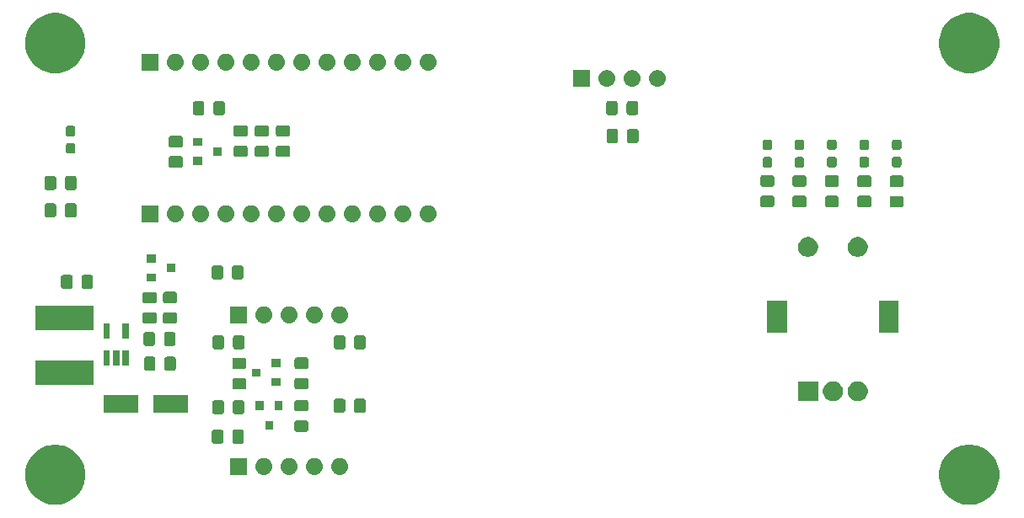
<source format=gbr>
G04 #@! TF.GenerationSoftware,KiCad,Pcbnew,(5.1.2-1)-1*
G04 #@! TF.CreationDate,2019-12-08T19:46:08-05:00*
G04 #@! TF.ProjectId,GR_AVR_Programmer,47525f41-5652-45f5-9072-6f6772616d6d,rev?*
G04 #@! TF.SameCoordinates,Original*
G04 #@! TF.FileFunction,Soldermask,Top*
G04 #@! TF.FilePolarity,Negative*
%FSLAX46Y46*%
G04 Gerber Fmt 4.6, Leading zero omitted, Abs format (unit mm)*
G04 Created by KiCad (PCBNEW (5.1.2-1)-1) date 2019-12-08 19:46:08*
%MOMM*%
%LPD*%
G04 APERTURE LIST*
%ADD10C,0.152400*%
G04 APERTURE END LIST*
D10*
G36*
X184485172Y-89338028D02*
G01*
X184776902Y-89396057D01*
X185326507Y-89623711D01*
X185821139Y-89954213D01*
X186241787Y-90374861D01*
X186572289Y-90869493D01*
X186799943Y-91419098D01*
X186916000Y-92002557D01*
X186916000Y-92597443D01*
X186799943Y-93180902D01*
X186572289Y-93730507D01*
X186241787Y-94225139D01*
X185821139Y-94645787D01*
X185326507Y-94976289D01*
X184776902Y-95203943D01*
X184485173Y-95261971D01*
X184193444Y-95320000D01*
X183598556Y-95320000D01*
X183306827Y-95261971D01*
X183015098Y-95203943D01*
X182465493Y-94976289D01*
X181970861Y-94645787D01*
X181550213Y-94225139D01*
X181219711Y-93730507D01*
X180992057Y-93180902D01*
X180876000Y-92597443D01*
X180876000Y-92002557D01*
X180992057Y-91419098D01*
X181219711Y-90869493D01*
X181550213Y-90374861D01*
X181970861Y-89954213D01*
X182465493Y-89623711D01*
X183015098Y-89396057D01*
X183306828Y-89338028D01*
X183598556Y-89280000D01*
X184193444Y-89280000D01*
X184485172Y-89338028D01*
X184485172Y-89338028D01*
G37*
G36*
X92664172Y-89338028D02*
G01*
X92955902Y-89396057D01*
X93505507Y-89623711D01*
X94000139Y-89954213D01*
X94420787Y-90374861D01*
X94751289Y-90869493D01*
X94978943Y-91419098D01*
X95095000Y-92002557D01*
X95095000Y-92597443D01*
X94978943Y-93180902D01*
X94751289Y-93730507D01*
X94420787Y-94225139D01*
X94000139Y-94645787D01*
X93505507Y-94976289D01*
X92955902Y-95203943D01*
X92664173Y-95261971D01*
X92372444Y-95320000D01*
X91777556Y-95320000D01*
X91485827Y-95261971D01*
X91194098Y-95203943D01*
X90644493Y-94976289D01*
X90149861Y-94645787D01*
X89729213Y-94225139D01*
X89398711Y-93730507D01*
X89171057Y-93180902D01*
X89055000Y-92597443D01*
X89055000Y-92002557D01*
X89171057Y-91419098D01*
X89398711Y-90869493D01*
X89729213Y-90374861D01*
X90149861Y-89954213D01*
X90644493Y-89623711D01*
X91194098Y-89396057D01*
X91485828Y-89338028D01*
X91777556Y-89280000D01*
X92372444Y-89280000D01*
X92664172Y-89338028D01*
X92664172Y-89338028D01*
G37*
G36*
X115736633Y-90602300D02*
G01*
X115864810Y-90641182D01*
X115896855Y-90650903D01*
X115936319Y-90671997D01*
X116044518Y-90729830D01*
X116173948Y-90836052D01*
X116280170Y-90965482D01*
X116338003Y-91073682D01*
X116359097Y-91113145D01*
X116359097Y-91113146D01*
X116407700Y-91273367D01*
X116424112Y-91440000D01*
X116407700Y-91606633D01*
X116368818Y-91734810D01*
X116359097Y-91766855D01*
X116338003Y-91806318D01*
X116280170Y-91914518D01*
X116173948Y-92043948D01*
X116044518Y-92150170D01*
X115936319Y-92208003D01*
X115896855Y-92229097D01*
X115864810Y-92238818D01*
X115736633Y-92277700D01*
X115611753Y-92290000D01*
X115528247Y-92290000D01*
X115403367Y-92277700D01*
X115275190Y-92238818D01*
X115243145Y-92229097D01*
X115203682Y-92208003D01*
X115095482Y-92150170D01*
X114966052Y-92043948D01*
X114859830Y-91914518D01*
X114801997Y-91806318D01*
X114780903Y-91766855D01*
X114771182Y-91734810D01*
X114732300Y-91606633D01*
X114715888Y-91440000D01*
X114732300Y-91273367D01*
X114780903Y-91113146D01*
X114780903Y-91113145D01*
X114801997Y-91073682D01*
X114859830Y-90965482D01*
X114966052Y-90836052D01*
X115095482Y-90729830D01*
X115203682Y-90671997D01*
X115243145Y-90650903D01*
X115275190Y-90641182D01*
X115403367Y-90602300D01*
X115528247Y-90590000D01*
X115611753Y-90590000D01*
X115736633Y-90602300D01*
X115736633Y-90602300D01*
G37*
G36*
X113196633Y-90602300D02*
G01*
X113324810Y-90641182D01*
X113356855Y-90650903D01*
X113396319Y-90671997D01*
X113504518Y-90729830D01*
X113633948Y-90836052D01*
X113740170Y-90965482D01*
X113798003Y-91073681D01*
X113819097Y-91113145D01*
X113819097Y-91113146D01*
X113867700Y-91273367D01*
X113884112Y-91440000D01*
X113867700Y-91606633D01*
X113828818Y-91734810D01*
X113819097Y-91766855D01*
X113798003Y-91806318D01*
X113740170Y-91914518D01*
X113633948Y-92043948D01*
X113504518Y-92150170D01*
X113396319Y-92208003D01*
X113356855Y-92229097D01*
X113324810Y-92238818D01*
X113196633Y-92277700D01*
X113071753Y-92290000D01*
X112988247Y-92290000D01*
X112863367Y-92277700D01*
X112735190Y-92238818D01*
X112703145Y-92229097D01*
X112663682Y-92208003D01*
X112555482Y-92150170D01*
X112426052Y-92043948D01*
X112319830Y-91914518D01*
X112261997Y-91806318D01*
X112240903Y-91766855D01*
X112231182Y-91734810D01*
X112192300Y-91606633D01*
X112175888Y-91440000D01*
X112192300Y-91273367D01*
X112240903Y-91113146D01*
X112240903Y-91113145D01*
X112261997Y-91073682D01*
X112319830Y-90965482D01*
X112426052Y-90836052D01*
X112555482Y-90729830D01*
X112663682Y-90671997D01*
X112703145Y-90650903D01*
X112735190Y-90641182D01*
X112863367Y-90602300D01*
X112988247Y-90590000D01*
X113071753Y-90590000D01*
X113196633Y-90602300D01*
X113196633Y-90602300D01*
G37*
G36*
X111340000Y-92290000D02*
G01*
X109640000Y-92290000D01*
X109640000Y-90590000D01*
X111340000Y-90590000D01*
X111340000Y-92290000D01*
X111340000Y-92290000D01*
G37*
G36*
X120816633Y-90602300D02*
G01*
X120944810Y-90641182D01*
X120976855Y-90650903D01*
X121016319Y-90671997D01*
X121124518Y-90729830D01*
X121253948Y-90836052D01*
X121360170Y-90965482D01*
X121418003Y-91073682D01*
X121439097Y-91113145D01*
X121439097Y-91113146D01*
X121487700Y-91273367D01*
X121504112Y-91440000D01*
X121487700Y-91606633D01*
X121448818Y-91734810D01*
X121439097Y-91766855D01*
X121418003Y-91806318D01*
X121360170Y-91914518D01*
X121253948Y-92043948D01*
X121124518Y-92150170D01*
X121016319Y-92208003D01*
X120976855Y-92229097D01*
X120944810Y-92238818D01*
X120816633Y-92277700D01*
X120691753Y-92290000D01*
X120608247Y-92290000D01*
X120483367Y-92277700D01*
X120355190Y-92238818D01*
X120323145Y-92229097D01*
X120283682Y-92208003D01*
X120175482Y-92150170D01*
X120046052Y-92043948D01*
X119939830Y-91914518D01*
X119881997Y-91806318D01*
X119860903Y-91766855D01*
X119851182Y-91734810D01*
X119812300Y-91606633D01*
X119795888Y-91440000D01*
X119812300Y-91273367D01*
X119860903Y-91113146D01*
X119860903Y-91113145D01*
X119881997Y-91073682D01*
X119939830Y-90965482D01*
X120046052Y-90836052D01*
X120175482Y-90729830D01*
X120283682Y-90671997D01*
X120323145Y-90650903D01*
X120355190Y-90641182D01*
X120483367Y-90602300D01*
X120608247Y-90590000D01*
X120691753Y-90590000D01*
X120816633Y-90602300D01*
X120816633Y-90602300D01*
G37*
G36*
X118276633Y-90602300D02*
G01*
X118404810Y-90641182D01*
X118436855Y-90650903D01*
X118476319Y-90671997D01*
X118584518Y-90729830D01*
X118713948Y-90836052D01*
X118820170Y-90965482D01*
X118878003Y-91073682D01*
X118899097Y-91113145D01*
X118899097Y-91113146D01*
X118947700Y-91273367D01*
X118964112Y-91440000D01*
X118947700Y-91606633D01*
X118908818Y-91734810D01*
X118899097Y-91766855D01*
X118878003Y-91806318D01*
X118820170Y-91914518D01*
X118713948Y-92043948D01*
X118584518Y-92150170D01*
X118476319Y-92208003D01*
X118436855Y-92229097D01*
X118404810Y-92238818D01*
X118276633Y-92277700D01*
X118151753Y-92290000D01*
X118068247Y-92290000D01*
X117943367Y-92277700D01*
X117815190Y-92238818D01*
X117783145Y-92229097D01*
X117743682Y-92208003D01*
X117635482Y-92150170D01*
X117506052Y-92043948D01*
X117399830Y-91914518D01*
X117341997Y-91806318D01*
X117320903Y-91766855D01*
X117311182Y-91734810D01*
X117272300Y-91606633D01*
X117255888Y-91440000D01*
X117272300Y-91273367D01*
X117320903Y-91113146D01*
X117320903Y-91113145D01*
X117341997Y-91073682D01*
X117399830Y-90965482D01*
X117506052Y-90836052D01*
X117635482Y-90729830D01*
X117743682Y-90671997D01*
X117783145Y-90650903D01*
X117815190Y-90641182D01*
X117943367Y-90602300D01*
X118068247Y-90590000D01*
X118151753Y-90590000D01*
X118276633Y-90602300D01*
X118276633Y-90602300D01*
G37*
G36*
X110829111Y-87757531D02*
G01*
X110871937Y-87770522D01*
X110911399Y-87791615D01*
X110945993Y-87820007D01*
X110974385Y-87854601D01*
X110995478Y-87894063D01*
X111008469Y-87936889D01*
X111013040Y-87983301D01*
X111013040Y-88922619D01*
X111008469Y-88969031D01*
X110995478Y-89011857D01*
X110974385Y-89051319D01*
X110945993Y-89085913D01*
X110911399Y-89114305D01*
X110871937Y-89135398D01*
X110829111Y-89148389D01*
X110782699Y-89152960D01*
X110093381Y-89152960D01*
X110046969Y-89148389D01*
X110004143Y-89135398D01*
X109964681Y-89114305D01*
X109930087Y-89085913D01*
X109901695Y-89051319D01*
X109880602Y-89011857D01*
X109867611Y-88969031D01*
X109863040Y-88922619D01*
X109863040Y-87983301D01*
X109867611Y-87936889D01*
X109880602Y-87894063D01*
X109901695Y-87854601D01*
X109930087Y-87820007D01*
X109964681Y-87791615D01*
X110004143Y-87770522D01*
X110046969Y-87757531D01*
X110093381Y-87752960D01*
X110782699Y-87752960D01*
X110829111Y-87757531D01*
X110829111Y-87757531D01*
G37*
G36*
X108779111Y-87757531D02*
G01*
X108821937Y-87770522D01*
X108861399Y-87791615D01*
X108895993Y-87820007D01*
X108924385Y-87854601D01*
X108945478Y-87894063D01*
X108958469Y-87936889D01*
X108963040Y-87983301D01*
X108963040Y-88922619D01*
X108958469Y-88969031D01*
X108945478Y-89011857D01*
X108924385Y-89051319D01*
X108895993Y-89085913D01*
X108861399Y-89114305D01*
X108821937Y-89135398D01*
X108779111Y-89148389D01*
X108732699Y-89152960D01*
X108043381Y-89152960D01*
X107996969Y-89148389D01*
X107954143Y-89135398D01*
X107914681Y-89114305D01*
X107880087Y-89085913D01*
X107851695Y-89051319D01*
X107830602Y-89011857D01*
X107817611Y-88969031D01*
X107813040Y-88922619D01*
X107813040Y-87983301D01*
X107817611Y-87936889D01*
X107830602Y-87894063D01*
X107851695Y-87854601D01*
X107880087Y-87820007D01*
X107914681Y-87791615D01*
X107954143Y-87770522D01*
X107996969Y-87757531D01*
X108043381Y-87752960D01*
X108732699Y-87752960D01*
X108779111Y-87757531D01*
X108779111Y-87757531D01*
G37*
G36*
X117320511Y-86829811D02*
G01*
X117363337Y-86842802D01*
X117402799Y-86863895D01*
X117437393Y-86892287D01*
X117465785Y-86926881D01*
X117486878Y-86966343D01*
X117499869Y-87009169D01*
X117504440Y-87055581D01*
X117504440Y-87744899D01*
X117499869Y-87791311D01*
X117486878Y-87834137D01*
X117465785Y-87873599D01*
X117437393Y-87908193D01*
X117402799Y-87936585D01*
X117363337Y-87957678D01*
X117320511Y-87970669D01*
X117274099Y-87975240D01*
X116334781Y-87975240D01*
X116288369Y-87970669D01*
X116245543Y-87957678D01*
X116206081Y-87936585D01*
X116171487Y-87908193D01*
X116143095Y-87873599D01*
X116122002Y-87834137D01*
X116109011Y-87791311D01*
X116104440Y-87744899D01*
X116104440Y-87055581D01*
X116109011Y-87009169D01*
X116122002Y-86966343D01*
X116143095Y-86926881D01*
X116171487Y-86892287D01*
X116206081Y-86863895D01*
X116245543Y-86842802D01*
X116288369Y-86829811D01*
X116334781Y-86825240D01*
X117274099Y-86825240D01*
X117320511Y-86829811D01*
X117320511Y-86829811D01*
G37*
G36*
X113973560Y-87774440D02*
G01*
X113173560Y-87774440D01*
X113173560Y-86874440D01*
X113973560Y-86874440D01*
X113973560Y-87774440D01*
X113973560Y-87774440D01*
G37*
G36*
X110879911Y-84800971D02*
G01*
X110922737Y-84813962D01*
X110962199Y-84835055D01*
X110996793Y-84863447D01*
X111025185Y-84898041D01*
X111046278Y-84937503D01*
X111059269Y-84980329D01*
X111063840Y-85026741D01*
X111063840Y-85966059D01*
X111059269Y-86012471D01*
X111046278Y-86055297D01*
X111025185Y-86094759D01*
X110996793Y-86129353D01*
X110962199Y-86157745D01*
X110922737Y-86178838D01*
X110879911Y-86191829D01*
X110833499Y-86196400D01*
X110144181Y-86196400D01*
X110097769Y-86191829D01*
X110054943Y-86178838D01*
X110015481Y-86157745D01*
X109980887Y-86129353D01*
X109952495Y-86094759D01*
X109931402Y-86055297D01*
X109918411Y-86012471D01*
X109913840Y-85966059D01*
X109913840Y-85026741D01*
X109918411Y-84980329D01*
X109931402Y-84937503D01*
X109952495Y-84898041D01*
X109980887Y-84863447D01*
X110015481Y-84835055D01*
X110054943Y-84813962D01*
X110097769Y-84800971D01*
X110144181Y-84796400D01*
X110833499Y-84796400D01*
X110879911Y-84800971D01*
X110879911Y-84800971D01*
G37*
G36*
X108829911Y-84800971D02*
G01*
X108872737Y-84813962D01*
X108912199Y-84835055D01*
X108946793Y-84863447D01*
X108975185Y-84898041D01*
X108996278Y-84937503D01*
X109009269Y-84980329D01*
X109013840Y-85026741D01*
X109013840Y-85966059D01*
X109009269Y-86012471D01*
X108996278Y-86055297D01*
X108975185Y-86094759D01*
X108946793Y-86129353D01*
X108912199Y-86157745D01*
X108872737Y-86178838D01*
X108829911Y-86191829D01*
X108783499Y-86196400D01*
X108094181Y-86196400D01*
X108047769Y-86191829D01*
X108004943Y-86178838D01*
X107965481Y-86157745D01*
X107930887Y-86129353D01*
X107902495Y-86094759D01*
X107881402Y-86055297D01*
X107868411Y-86012471D01*
X107863840Y-85966059D01*
X107863840Y-85026741D01*
X107868411Y-84980329D01*
X107881402Y-84937503D01*
X107902495Y-84898041D01*
X107930887Y-84863447D01*
X107965481Y-84835055D01*
X108004943Y-84813962D01*
X108047769Y-84800971D01*
X108094181Y-84796400D01*
X108783499Y-84796400D01*
X108829911Y-84800971D01*
X108829911Y-84800971D01*
G37*
G36*
X105402960Y-86086520D02*
G01*
X101902960Y-86086520D01*
X101902960Y-84286520D01*
X105402960Y-84286520D01*
X105402960Y-86086520D01*
X105402960Y-86086520D01*
G37*
G36*
X100402960Y-86086520D02*
G01*
X96902960Y-86086520D01*
X96902960Y-84286520D01*
X100402960Y-84286520D01*
X100402960Y-86086520D01*
X100402960Y-86086520D01*
G37*
G36*
X123076991Y-84643491D02*
G01*
X123119817Y-84656482D01*
X123159279Y-84677575D01*
X123193873Y-84705967D01*
X123222265Y-84740561D01*
X123243358Y-84780023D01*
X123256349Y-84822849D01*
X123260920Y-84869261D01*
X123260920Y-85808579D01*
X123256349Y-85854991D01*
X123243358Y-85897817D01*
X123222265Y-85937279D01*
X123193873Y-85971873D01*
X123159279Y-86000265D01*
X123119817Y-86021358D01*
X123076991Y-86034349D01*
X123030579Y-86038920D01*
X122341261Y-86038920D01*
X122294849Y-86034349D01*
X122252023Y-86021358D01*
X122212561Y-86000265D01*
X122177967Y-85971873D01*
X122149575Y-85937279D01*
X122128482Y-85897817D01*
X122115491Y-85854991D01*
X122110920Y-85808579D01*
X122110920Y-84869261D01*
X122115491Y-84822849D01*
X122128482Y-84780023D01*
X122149575Y-84740561D01*
X122177967Y-84705967D01*
X122212561Y-84677575D01*
X122252023Y-84656482D01*
X122294849Y-84643491D01*
X122341261Y-84638920D01*
X123030579Y-84638920D01*
X123076991Y-84643491D01*
X123076991Y-84643491D01*
G37*
G36*
X121026991Y-84643491D02*
G01*
X121069817Y-84656482D01*
X121109279Y-84677575D01*
X121143873Y-84705967D01*
X121172265Y-84740561D01*
X121193358Y-84780023D01*
X121206349Y-84822849D01*
X121210920Y-84869261D01*
X121210920Y-85808579D01*
X121206349Y-85854991D01*
X121193358Y-85897817D01*
X121172265Y-85937279D01*
X121143873Y-85971873D01*
X121109279Y-86000265D01*
X121069817Y-86021358D01*
X121026991Y-86034349D01*
X120980579Y-86038920D01*
X120291261Y-86038920D01*
X120244849Y-86034349D01*
X120202023Y-86021358D01*
X120162561Y-86000265D01*
X120127967Y-85971873D01*
X120099575Y-85937279D01*
X120078482Y-85897817D01*
X120065491Y-85854991D01*
X120060920Y-85808579D01*
X120060920Y-84869261D01*
X120065491Y-84822849D01*
X120078482Y-84780023D01*
X120099575Y-84740561D01*
X120127967Y-84705967D01*
X120162561Y-84677575D01*
X120202023Y-84656482D01*
X120244849Y-84643491D01*
X120291261Y-84638920D01*
X120980579Y-84638920D01*
X121026991Y-84643491D01*
X121026991Y-84643491D01*
G37*
G36*
X117320511Y-84779811D02*
G01*
X117363337Y-84792802D01*
X117402799Y-84813895D01*
X117437393Y-84842287D01*
X117465785Y-84876881D01*
X117486878Y-84916343D01*
X117499869Y-84959169D01*
X117504440Y-85005581D01*
X117504440Y-85694899D01*
X117499869Y-85741311D01*
X117486878Y-85784137D01*
X117465785Y-85823599D01*
X117437393Y-85858193D01*
X117402799Y-85886585D01*
X117363337Y-85907678D01*
X117320511Y-85920669D01*
X117274099Y-85925240D01*
X116334781Y-85925240D01*
X116288369Y-85920669D01*
X116245543Y-85907678D01*
X116206081Y-85886585D01*
X116171487Y-85858193D01*
X116143095Y-85823599D01*
X116122002Y-85784137D01*
X116109011Y-85741311D01*
X116104440Y-85694899D01*
X116104440Y-85005581D01*
X116109011Y-84959169D01*
X116122002Y-84916343D01*
X116143095Y-84876881D01*
X116171487Y-84842287D01*
X116206081Y-84813895D01*
X116245543Y-84792802D01*
X116288369Y-84779811D01*
X116334781Y-84775240D01*
X117274099Y-84775240D01*
X117320511Y-84779811D01*
X117320511Y-84779811D01*
G37*
G36*
X114923560Y-85774440D02*
G01*
X114123560Y-85774440D01*
X114123560Y-84874440D01*
X114923560Y-84874440D01*
X114923560Y-85774440D01*
X114923560Y-85774440D01*
G37*
G36*
X113023560Y-85774440D02*
G01*
X112223560Y-85774440D01*
X112223560Y-84874440D01*
X113023560Y-84874440D01*
X113023560Y-85774440D01*
X113023560Y-85774440D01*
G37*
G36*
X168700960Y-84886040D02*
G01*
X166700960Y-84886040D01*
X166700960Y-82886040D01*
X168700960Y-82886040D01*
X168700960Y-84886040D01*
X168700960Y-84886040D01*
G37*
G36*
X170492649Y-82924469D02*
G01*
X170674638Y-82999851D01*
X170838423Y-83109289D01*
X170977711Y-83248577D01*
X171087149Y-83412362D01*
X171162531Y-83594351D01*
X171200960Y-83787549D01*
X171200960Y-83984531D01*
X171162531Y-84177729D01*
X171087149Y-84359718D01*
X170977711Y-84523503D01*
X170838423Y-84662791D01*
X170674638Y-84772229D01*
X170510669Y-84840147D01*
X170492649Y-84847611D01*
X170299451Y-84886040D01*
X170102469Y-84886040D01*
X169909271Y-84847611D01*
X169891251Y-84840147D01*
X169727282Y-84772229D01*
X169563497Y-84662791D01*
X169424209Y-84523503D01*
X169314771Y-84359718D01*
X169239389Y-84177729D01*
X169200960Y-83984531D01*
X169200960Y-83787549D01*
X169239389Y-83594351D01*
X169314771Y-83412362D01*
X169424209Y-83248577D01*
X169563497Y-83109289D01*
X169727282Y-82999851D01*
X169909271Y-82924469D01*
X170102469Y-82886040D01*
X170299451Y-82886040D01*
X170492649Y-82924469D01*
X170492649Y-82924469D01*
G37*
G36*
X172992649Y-82924469D02*
G01*
X173174638Y-82999851D01*
X173338423Y-83109289D01*
X173477711Y-83248577D01*
X173587149Y-83412362D01*
X173662531Y-83594351D01*
X173700960Y-83787549D01*
X173700960Y-83984531D01*
X173662531Y-84177729D01*
X173587149Y-84359718D01*
X173477711Y-84523503D01*
X173338423Y-84662791D01*
X173174638Y-84772229D01*
X173010669Y-84840147D01*
X172992649Y-84847611D01*
X172799451Y-84886040D01*
X172602469Y-84886040D01*
X172409271Y-84847611D01*
X172391251Y-84840147D01*
X172227282Y-84772229D01*
X172063497Y-84662791D01*
X171924209Y-84523503D01*
X171814771Y-84359718D01*
X171739389Y-84177729D01*
X171700960Y-83984531D01*
X171700960Y-83787549D01*
X171739389Y-83594351D01*
X171814771Y-83412362D01*
X171924209Y-83248577D01*
X172063497Y-83109289D01*
X172227282Y-82999851D01*
X172409271Y-82924469D01*
X172602469Y-82886040D01*
X172799451Y-82886040D01*
X172992649Y-82924469D01*
X172992649Y-82924469D01*
G37*
G36*
X111072111Y-82572771D02*
G01*
X111114937Y-82585762D01*
X111154399Y-82606855D01*
X111188993Y-82635247D01*
X111217385Y-82669841D01*
X111238478Y-82709303D01*
X111251469Y-82752129D01*
X111256040Y-82798541D01*
X111256040Y-83487859D01*
X111251469Y-83534271D01*
X111238478Y-83577097D01*
X111217385Y-83616559D01*
X111188993Y-83651153D01*
X111154399Y-83679545D01*
X111114937Y-83700638D01*
X111072111Y-83713629D01*
X111025699Y-83718200D01*
X110086381Y-83718200D01*
X110039969Y-83713629D01*
X109997143Y-83700638D01*
X109957681Y-83679545D01*
X109923087Y-83651153D01*
X109894695Y-83616559D01*
X109873602Y-83577097D01*
X109860611Y-83534271D01*
X109856040Y-83487859D01*
X109856040Y-82798541D01*
X109860611Y-82752129D01*
X109873602Y-82709303D01*
X109894695Y-82669841D01*
X109923087Y-82635247D01*
X109957681Y-82606855D01*
X109997143Y-82585762D01*
X110039969Y-82572771D01*
X110086381Y-82568200D01*
X111025699Y-82568200D01*
X111072111Y-82572771D01*
X111072111Y-82572771D01*
G37*
G36*
X117330671Y-82552451D02*
G01*
X117373497Y-82565442D01*
X117412959Y-82586535D01*
X117447553Y-82614927D01*
X117475945Y-82649521D01*
X117497038Y-82688983D01*
X117510029Y-82731809D01*
X117514600Y-82778221D01*
X117514600Y-83467539D01*
X117510029Y-83513951D01*
X117497038Y-83556777D01*
X117475945Y-83596239D01*
X117447553Y-83630833D01*
X117412959Y-83659225D01*
X117373497Y-83680318D01*
X117330671Y-83693309D01*
X117284259Y-83697880D01*
X116344941Y-83697880D01*
X116298529Y-83693309D01*
X116255703Y-83680318D01*
X116216241Y-83659225D01*
X116181647Y-83630833D01*
X116153255Y-83596239D01*
X116132162Y-83556777D01*
X116119171Y-83513951D01*
X116114600Y-83467539D01*
X116114600Y-82778221D01*
X116119171Y-82731809D01*
X116132162Y-82688983D01*
X116153255Y-82649521D01*
X116181647Y-82614927D01*
X116216241Y-82586535D01*
X116255703Y-82565442D01*
X116298529Y-82552451D01*
X116344941Y-82547880D01*
X117284259Y-82547880D01*
X117330671Y-82552451D01*
X117330671Y-82552451D01*
G37*
G36*
X114723840Y-83366600D02*
G01*
X113823840Y-83366600D01*
X113823840Y-82566600D01*
X114723840Y-82566600D01*
X114723840Y-83366600D01*
X114723840Y-83366600D01*
G37*
G36*
X95949560Y-83283560D02*
G01*
X90049560Y-83283560D01*
X90049560Y-80833560D01*
X95949560Y-80833560D01*
X95949560Y-83283560D01*
X95949560Y-83283560D01*
G37*
G36*
X112723840Y-82416600D02*
G01*
X111823840Y-82416600D01*
X111823840Y-81616600D01*
X112723840Y-81616600D01*
X112723840Y-82416600D01*
X112723840Y-82416600D01*
G37*
G36*
X101951591Y-80427091D02*
G01*
X101994417Y-80440082D01*
X102033879Y-80461175D01*
X102068473Y-80489567D01*
X102096865Y-80524161D01*
X102117958Y-80563623D01*
X102130949Y-80606449D01*
X102135520Y-80652861D01*
X102135520Y-81592179D01*
X102130949Y-81638591D01*
X102117958Y-81681417D01*
X102096865Y-81720879D01*
X102068473Y-81755473D01*
X102033879Y-81783865D01*
X101994417Y-81804958D01*
X101951591Y-81817949D01*
X101905179Y-81822520D01*
X101215861Y-81822520D01*
X101169449Y-81817949D01*
X101126623Y-81804958D01*
X101087161Y-81783865D01*
X101052567Y-81755473D01*
X101024175Y-81720879D01*
X101003082Y-81681417D01*
X100990091Y-81638591D01*
X100985520Y-81592179D01*
X100985520Y-80652861D01*
X100990091Y-80606449D01*
X101003082Y-80563623D01*
X101024175Y-80524161D01*
X101052567Y-80489567D01*
X101087161Y-80461175D01*
X101126623Y-80440082D01*
X101169449Y-80427091D01*
X101215861Y-80422520D01*
X101905179Y-80422520D01*
X101951591Y-80427091D01*
X101951591Y-80427091D01*
G37*
G36*
X104001591Y-80427091D02*
G01*
X104044417Y-80440082D01*
X104083879Y-80461175D01*
X104118473Y-80489567D01*
X104146865Y-80524161D01*
X104167958Y-80563623D01*
X104180949Y-80606449D01*
X104185520Y-80652861D01*
X104185520Y-81592179D01*
X104180949Y-81638591D01*
X104167958Y-81681417D01*
X104146865Y-81720879D01*
X104118473Y-81755473D01*
X104083879Y-81783865D01*
X104044417Y-81804958D01*
X104001591Y-81817949D01*
X103955179Y-81822520D01*
X103265861Y-81822520D01*
X103219449Y-81817949D01*
X103176623Y-81804958D01*
X103137161Y-81783865D01*
X103102567Y-81755473D01*
X103074175Y-81720879D01*
X103053082Y-81681417D01*
X103040091Y-81638591D01*
X103035520Y-81592179D01*
X103035520Y-80652861D01*
X103040091Y-80606449D01*
X103053082Y-80563623D01*
X103074175Y-80524161D01*
X103102567Y-80489567D01*
X103137161Y-80461175D01*
X103176623Y-80440082D01*
X103219449Y-80427091D01*
X103265861Y-80422520D01*
X103955179Y-80422520D01*
X104001591Y-80427091D01*
X104001591Y-80427091D01*
G37*
G36*
X111072111Y-80522771D02*
G01*
X111114937Y-80535762D01*
X111154399Y-80556855D01*
X111188993Y-80585247D01*
X111217385Y-80619841D01*
X111238478Y-80659303D01*
X111251469Y-80702129D01*
X111256040Y-80748541D01*
X111256040Y-81437859D01*
X111251469Y-81484271D01*
X111238478Y-81527097D01*
X111217385Y-81566559D01*
X111188993Y-81601153D01*
X111154399Y-81629545D01*
X111114937Y-81650638D01*
X111072111Y-81663629D01*
X111025699Y-81668200D01*
X110086381Y-81668200D01*
X110039969Y-81663629D01*
X109997143Y-81650638D01*
X109957681Y-81629545D01*
X109923087Y-81601153D01*
X109894695Y-81566559D01*
X109873602Y-81527097D01*
X109860611Y-81484271D01*
X109856040Y-81437859D01*
X109856040Y-80748541D01*
X109860611Y-80702129D01*
X109873602Y-80659303D01*
X109894695Y-80619841D01*
X109923087Y-80585247D01*
X109957681Y-80556855D01*
X109997143Y-80535762D01*
X110039969Y-80522771D01*
X110086381Y-80518200D01*
X111025699Y-80518200D01*
X111072111Y-80522771D01*
X111072111Y-80522771D01*
G37*
G36*
X117330671Y-80502451D02*
G01*
X117373497Y-80515442D01*
X117412959Y-80536535D01*
X117447553Y-80564927D01*
X117475945Y-80599521D01*
X117497038Y-80638983D01*
X117510029Y-80681809D01*
X117514600Y-80728221D01*
X117514600Y-81417539D01*
X117510029Y-81463951D01*
X117497038Y-81506777D01*
X117475945Y-81546239D01*
X117447553Y-81580833D01*
X117412959Y-81609225D01*
X117373497Y-81630318D01*
X117330671Y-81643309D01*
X117284259Y-81647880D01*
X116344941Y-81647880D01*
X116298529Y-81643309D01*
X116255703Y-81630318D01*
X116216241Y-81609225D01*
X116181647Y-81580833D01*
X116153255Y-81546239D01*
X116132162Y-81506777D01*
X116119171Y-81463951D01*
X116114600Y-81417539D01*
X116114600Y-80728221D01*
X116119171Y-80681809D01*
X116132162Y-80638983D01*
X116153255Y-80599521D01*
X116181647Y-80564927D01*
X116216241Y-80536535D01*
X116255703Y-80515442D01*
X116298529Y-80502451D01*
X116344941Y-80497880D01*
X117284259Y-80497880D01*
X117330671Y-80502451D01*
X117330671Y-80502451D01*
G37*
G36*
X114723840Y-81466600D02*
G01*
X113823840Y-81466600D01*
X113823840Y-80666600D01*
X114723840Y-80666600D01*
X114723840Y-81466600D01*
X114723840Y-81466600D01*
G37*
G36*
X99476480Y-81338640D02*
G01*
X98826480Y-81338640D01*
X98826480Y-79778640D01*
X99476480Y-79778640D01*
X99476480Y-81338640D01*
X99476480Y-81338640D01*
G37*
G36*
X98526480Y-81338640D02*
G01*
X97876480Y-81338640D01*
X97876480Y-79778640D01*
X98526480Y-79778640D01*
X98526480Y-81338640D01*
X98526480Y-81338640D01*
G37*
G36*
X97576480Y-81338640D02*
G01*
X96926480Y-81338640D01*
X96926480Y-79778640D01*
X97576480Y-79778640D01*
X97576480Y-81338640D01*
X97576480Y-81338640D01*
G37*
G36*
X108850231Y-78273171D02*
G01*
X108893057Y-78286162D01*
X108932519Y-78307255D01*
X108967113Y-78335647D01*
X108995505Y-78370241D01*
X109016598Y-78409703D01*
X109029589Y-78452529D01*
X109034160Y-78498941D01*
X109034160Y-79438259D01*
X109029589Y-79484671D01*
X109016598Y-79527497D01*
X108995505Y-79566959D01*
X108967113Y-79601553D01*
X108932519Y-79629945D01*
X108893057Y-79651038D01*
X108850231Y-79664029D01*
X108803819Y-79668600D01*
X108114501Y-79668600D01*
X108068089Y-79664029D01*
X108025263Y-79651038D01*
X107985801Y-79629945D01*
X107951207Y-79601553D01*
X107922815Y-79566959D01*
X107901722Y-79527497D01*
X107888731Y-79484671D01*
X107884160Y-79438259D01*
X107884160Y-78498941D01*
X107888731Y-78452529D01*
X107901722Y-78409703D01*
X107922815Y-78370241D01*
X107951207Y-78335647D01*
X107985801Y-78307255D01*
X108025263Y-78286162D01*
X108068089Y-78273171D01*
X108114501Y-78268600D01*
X108803819Y-78268600D01*
X108850231Y-78273171D01*
X108850231Y-78273171D01*
G37*
G36*
X123076991Y-78273171D02*
G01*
X123119817Y-78286162D01*
X123159279Y-78307255D01*
X123193873Y-78335647D01*
X123222265Y-78370241D01*
X123243358Y-78409703D01*
X123256349Y-78452529D01*
X123260920Y-78498941D01*
X123260920Y-79438259D01*
X123256349Y-79484671D01*
X123243358Y-79527497D01*
X123222265Y-79566959D01*
X123193873Y-79601553D01*
X123159279Y-79629945D01*
X123119817Y-79651038D01*
X123076991Y-79664029D01*
X123030579Y-79668600D01*
X122341261Y-79668600D01*
X122294849Y-79664029D01*
X122252023Y-79651038D01*
X122212561Y-79629945D01*
X122177967Y-79601553D01*
X122149575Y-79566959D01*
X122128482Y-79527497D01*
X122115491Y-79484671D01*
X122110920Y-79438259D01*
X122110920Y-78498941D01*
X122115491Y-78452529D01*
X122128482Y-78409703D01*
X122149575Y-78370241D01*
X122177967Y-78335647D01*
X122212561Y-78307255D01*
X122252023Y-78286162D01*
X122294849Y-78273171D01*
X122341261Y-78268600D01*
X123030579Y-78268600D01*
X123076991Y-78273171D01*
X123076991Y-78273171D01*
G37*
G36*
X121026991Y-78273171D02*
G01*
X121069817Y-78286162D01*
X121109279Y-78307255D01*
X121143873Y-78335647D01*
X121172265Y-78370241D01*
X121193358Y-78409703D01*
X121206349Y-78452529D01*
X121210920Y-78498941D01*
X121210920Y-79438259D01*
X121206349Y-79484671D01*
X121193358Y-79527497D01*
X121172265Y-79566959D01*
X121143873Y-79601553D01*
X121109279Y-79629945D01*
X121069817Y-79651038D01*
X121026991Y-79664029D01*
X120980579Y-79668600D01*
X120291261Y-79668600D01*
X120244849Y-79664029D01*
X120202023Y-79651038D01*
X120162561Y-79629945D01*
X120127967Y-79601553D01*
X120099575Y-79566959D01*
X120078482Y-79527497D01*
X120065491Y-79484671D01*
X120060920Y-79438259D01*
X120060920Y-78498941D01*
X120065491Y-78452529D01*
X120078482Y-78409703D01*
X120099575Y-78370241D01*
X120127967Y-78335647D01*
X120162561Y-78307255D01*
X120202023Y-78286162D01*
X120244849Y-78273171D01*
X120291261Y-78268600D01*
X120980579Y-78268600D01*
X121026991Y-78273171D01*
X121026991Y-78273171D01*
G37*
G36*
X110900231Y-78273171D02*
G01*
X110943057Y-78286162D01*
X110982519Y-78307255D01*
X111017113Y-78335647D01*
X111045505Y-78370241D01*
X111066598Y-78409703D01*
X111079589Y-78452529D01*
X111084160Y-78498941D01*
X111084160Y-79438259D01*
X111079589Y-79484671D01*
X111066598Y-79527497D01*
X111045505Y-79566959D01*
X111017113Y-79601553D01*
X110982519Y-79629945D01*
X110943057Y-79651038D01*
X110900231Y-79664029D01*
X110853819Y-79668600D01*
X110164501Y-79668600D01*
X110118089Y-79664029D01*
X110075263Y-79651038D01*
X110035801Y-79629945D01*
X110001207Y-79601553D01*
X109972815Y-79566959D01*
X109951722Y-79527497D01*
X109938731Y-79484671D01*
X109934160Y-79438259D01*
X109934160Y-78498941D01*
X109938731Y-78452529D01*
X109951722Y-78409703D01*
X109972815Y-78370241D01*
X110001207Y-78335647D01*
X110035801Y-78307255D01*
X110075263Y-78286162D01*
X110118089Y-78273171D01*
X110164501Y-78268600D01*
X110853819Y-78268600D01*
X110900231Y-78273171D01*
X110900231Y-78273171D01*
G37*
G36*
X101912111Y-77942971D02*
G01*
X101954937Y-77955962D01*
X101994399Y-77977055D01*
X102028993Y-78005447D01*
X102057385Y-78040041D01*
X102078478Y-78079503D01*
X102091469Y-78122329D01*
X102096040Y-78168741D01*
X102096040Y-79108059D01*
X102091469Y-79154471D01*
X102078478Y-79197297D01*
X102057385Y-79236759D01*
X102028993Y-79271353D01*
X101994399Y-79299745D01*
X101954937Y-79320838D01*
X101912111Y-79333829D01*
X101865699Y-79338400D01*
X101176381Y-79338400D01*
X101129969Y-79333829D01*
X101087143Y-79320838D01*
X101047681Y-79299745D01*
X101013087Y-79271353D01*
X100984695Y-79236759D01*
X100963602Y-79197297D01*
X100950611Y-79154471D01*
X100946040Y-79108059D01*
X100946040Y-78168741D01*
X100950611Y-78122329D01*
X100963602Y-78079503D01*
X100984695Y-78040041D01*
X101013087Y-78005447D01*
X101047681Y-77977055D01*
X101087143Y-77955962D01*
X101129969Y-77942971D01*
X101176381Y-77938400D01*
X101865699Y-77938400D01*
X101912111Y-77942971D01*
X101912111Y-77942971D01*
G37*
G36*
X103962111Y-77942971D02*
G01*
X104004937Y-77955962D01*
X104044399Y-77977055D01*
X104078993Y-78005447D01*
X104107385Y-78040041D01*
X104128478Y-78079503D01*
X104141469Y-78122329D01*
X104146040Y-78168741D01*
X104146040Y-79108059D01*
X104141469Y-79154471D01*
X104128478Y-79197297D01*
X104107385Y-79236759D01*
X104078993Y-79271353D01*
X104044399Y-79299745D01*
X104004937Y-79320838D01*
X103962111Y-79333829D01*
X103915699Y-79338400D01*
X103226381Y-79338400D01*
X103179969Y-79333829D01*
X103137143Y-79320838D01*
X103097681Y-79299745D01*
X103063087Y-79271353D01*
X103034695Y-79236759D01*
X103013602Y-79197297D01*
X103000611Y-79154471D01*
X102996040Y-79108059D01*
X102996040Y-78168741D01*
X103000611Y-78122329D01*
X103013602Y-78079503D01*
X103034695Y-78040041D01*
X103063087Y-78005447D01*
X103097681Y-77977055D01*
X103137143Y-77955962D01*
X103179969Y-77942971D01*
X103226381Y-77938400D01*
X103915699Y-77938400D01*
X103962111Y-77942971D01*
X103962111Y-77942971D01*
G37*
G36*
X99476480Y-78638640D02*
G01*
X98826480Y-78638640D01*
X98826480Y-77078640D01*
X99476480Y-77078640D01*
X99476480Y-78638640D01*
X99476480Y-78638640D01*
G37*
G36*
X97576480Y-78638640D02*
G01*
X96926480Y-78638640D01*
X96926480Y-77078640D01*
X97576480Y-77078640D01*
X97576480Y-78638640D01*
X97576480Y-78638640D01*
G37*
G36*
X176800960Y-77986040D02*
G01*
X174800960Y-77986040D01*
X174800960Y-74786040D01*
X176800960Y-74786040D01*
X176800960Y-77986040D01*
X176800960Y-77986040D01*
G37*
G36*
X165600960Y-77986040D02*
G01*
X163600960Y-77986040D01*
X163600960Y-74786040D01*
X165600960Y-74786040D01*
X165600960Y-77986040D01*
X165600960Y-77986040D01*
G37*
G36*
X95949560Y-77733560D02*
G01*
X90049560Y-77733560D01*
X90049560Y-75283560D01*
X95949560Y-75283560D01*
X95949560Y-77733560D01*
X95949560Y-77733560D01*
G37*
G36*
X102070351Y-75958611D02*
G01*
X102113177Y-75971602D01*
X102152639Y-75992695D01*
X102187233Y-76021087D01*
X102215625Y-76055681D01*
X102236718Y-76095143D01*
X102249709Y-76137969D01*
X102254280Y-76184381D01*
X102254280Y-76873699D01*
X102249709Y-76920111D01*
X102236718Y-76962937D01*
X102215625Y-77002399D01*
X102187233Y-77036993D01*
X102152639Y-77065385D01*
X102113177Y-77086478D01*
X102070351Y-77099469D01*
X102023939Y-77104040D01*
X101084621Y-77104040D01*
X101038209Y-77099469D01*
X100995383Y-77086478D01*
X100955921Y-77065385D01*
X100921327Y-77036993D01*
X100892935Y-77002399D01*
X100871842Y-76962937D01*
X100858851Y-76920111D01*
X100854280Y-76873699D01*
X100854280Y-76184381D01*
X100858851Y-76137969D01*
X100871842Y-76095143D01*
X100892935Y-76055681D01*
X100921327Y-76021087D01*
X100955921Y-75992695D01*
X100995383Y-75971602D01*
X101038209Y-75958611D01*
X101084621Y-75954040D01*
X102023939Y-75954040D01*
X102070351Y-75958611D01*
X102070351Y-75958611D01*
G37*
G36*
X104112511Y-75948451D02*
G01*
X104155337Y-75961442D01*
X104194799Y-75982535D01*
X104229393Y-76010927D01*
X104257785Y-76045521D01*
X104278878Y-76084983D01*
X104291869Y-76127809D01*
X104296440Y-76174221D01*
X104296440Y-76863539D01*
X104291869Y-76909951D01*
X104278878Y-76952777D01*
X104257785Y-76992239D01*
X104229393Y-77026833D01*
X104194799Y-77055225D01*
X104155337Y-77076318D01*
X104112511Y-77089309D01*
X104066099Y-77093880D01*
X103126781Y-77093880D01*
X103080369Y-77089309D01*
X103037543Y-77076318D01*
X102998081Y-77055225D01*
X102963487Y-77026833D01*
X102935095Y-76992239D01*
X102914002Y-76952777D01*
X102901011Y-76909951D01*
X102896440Y-76863539D01*
X102896440Y-76174221D01*
X102901011Y-76127809D01*
X102914002Y-76084983D01*
X102935095Y-76045521D01*
X102963487Y-76010927D01*
X102998081Y-75982535D01*
X103037543Y-75961442D01*
X103080369Y-75948451D01*
X103126781Y-75943880D01*
X104066099Y-75943880D01*
X104112511Y-75948451D01*
X104112511Y-75948451D01*
G37*
G36*
X111340000Y-77050000D02*
G01*
X109640000Y-77050000D01*
X109640000Y-75350000D01*
X111340000Y-75350000D01*
X111340000Y-77050000D01*
X111340000Y-77050000D01*
G37*
G36*
X120816633Y-75362300D02*
G01*
X120944810Y-75401182D01*
X120976855Y-75410903D01*
X121016319Y-75431997D01*
X121124518Y-75489830D01*
X121253948Y-75596052D01*
X121360170Y-75725482D01*
X121418003Y-75833682D01*
X121439097Y-75873145D01*
X121439097Y-75873146D01*
X121487700Y-76033367D01*
X121504112Y-76200000D01*
X121487700Y-76366633D01*
X121448818Y-76494810D01*
X121439097Y-76526855D01*
X121418003Y-76566318D01*
X121360170Y-76674518D01*
X121253948Y-76803948D01*
X121124518Y-76910170D01*
X121016319Y-76968003D01*
X120976855Y-76989097D01*
X120964209Y-76992933D01*
X120816633Y-77037700D01*
X120691753Y-77050000D01*
X120608247Y-77050000D01*
X120483367Y-77037700D01*
X120335791Y-76992933D01*
X120323145Y-76989097D01*
X120283681Y-76968003D01*
X120175482Y-76910170D01*
X120046052Y-76803948D01*
X119939830Y-76674518D01*
X119881997Y-76566318D01*
X119860903Y-76526855D01*
X119851182Y-76494810D01*
X119812300Y-76366633D01*
X119795888Y-76200000D01*
X119812300Y-76033367D01*
X119860903Y-75873146D01*
X119860903Y-75873145D01*
X119881997Y-75833682D01*
X119939830Y-75725482D01*
X120046052Y-75596052D01*
X120175482Y-75489830D01*
X120283681Y-75431997D01*
X120323145Y-75410903D01*
X120355190Y-75401182D01*
X120483367Y-75362300D01*
X120608247Y-75350000D01*
X120691753Y-75350000D01*
X120816633Y-75362300D01*
X120816633Y-75362300D01*
G37*
G36*
X118276633Y-75362300D02*
G01*
X118404810Y-75401182D01*
X118436855Y-75410903D01*
X118476319Y-75431997D01*
X118584518Y-75489830D01*
X118713948Y-75596052D01*
X118820170Y-75725482D01*
X118878003Y-75833682D01*
X118899097Y-75873145D01*
X118899097Y-75873146D01*
X118947700Y-76033367D01*
X118964112Y-76200000D01*
X118947700Y-76366633D01*
X118908818Y-76494810D01*
X118899097Y-76526855D01*
X118878003Y-76566318D01*
X118820170Y-76674518D01*
X118713948Y-76803948D01*
X118584518Y-76910170D01*
X118476319Y-76968003D01*
X118436855Y-76989097D01*
X118424209Y-76992933D01*
X118276633Y-77037700D01*
X118151753Y-77050000D01*
X118068247Y-77050000D01*
X117943367Y-77037700D01*
X117795791Y-76992933D01*
X117783145Y-76989097D01*
X117743681Y-76968003D01*
X117635482Y-76910170D01*
X117506052Y-76803948D01*
X117399830Y-76674518D01*
X117341997Y-76566318D01*
X117320903Y-76526855D01*
X117311182Y-76494810D01*
X117272300Y-76366633D01*
X117255888Y-76200000D01*
X117272300Y-76033367D01*
X117320903Y-75873146D01*
X117320903Y-75873145D01*
X117341997Y-75833682D01*
X117399830Y-75725482D01*
X117506052Y-75596052D01*
X117635482Y-75489830D01*
X117743681Y-75431997D01*
X117783145Y-75410903D01*
X117815190Y-75401182D01*
X117943367Y-75362300D01*
X118068247Y-75350000D01*
X118151753Y-75350000D01*
X118276633Y-75362300D01*
X118276633Y-75362300D01*
G37*
G36*
X113196633Y-75362300D02*
G01*
X113324810Y-75401182D01*
X113356855Y-75410903D01*
X113396319Y-75431997D01*
X113504518Y-75489830D01*
X113633948Y-75596052D01*
X113740170Y-75725482D01*
X113798003Y-75833682D01*
X113819097Y-75873145D01*
X113819097Y-75873146D01*
X113867700Y-76033367D01*
X113884112Y-76200000D01*
X113867700Y-76366633D01*
X113828818Y-76494810D01*
X113819097Y-76526855D01*
X113798003Y-76566318D01*
X113740170Y-76674518D01*
X113633948Y-76803948D01*
X113504518Y-76910170D01*
X113396319Y-76968003D01*
X113356855Y-76989097D01*
X113344209Y-76992933D01*
X113196633Y-77037700D01*
X113071753Y-77050000D01*
X112988247Y-77050000D01*
X112863367Y-77037700D01*
X112715791Y-76992933D01*
X112703145Y-76989097D01*
X112663681Y-76968003D01*
X112555482Y-76910170D01*
X112426052Y-76803948D01*
X112319830Y-76674518D01*
X112261997Y-76566318D01*
X112240903Y-76526855D01*
X112231182Y-76494810D01*
X112192300Y-76366633D01*
X112175888Y-76200000D01*
X112192300Y-76033367D01*
X112240903Y-75873146D01*
X112240903Y-75873145D01*
X112261997Y-75833682D01*
X112319830Y-75725482D01*
X112426052Y-75596052D01*
X112555482Y-75489830D01*
X112663681Y-75431997D01*
X112703145Y-75410903D01*
X112735190Y-75401182D01*
X112863367Y-75362300D01*
X112988247Y-75350000D01*
X113071753Y-75350000D01*
X113196633Y-75362300D01*
X113196633Y-75362300D01*
G37*
G36*
X115736633Y-75362300D02*
G01*
X115864810Y-75401182D01*
X115896855Y-75410903D01*
X115936319Y-75431997D01*
X116044518Y-75489830D01*
X116173948Y-75596052D01*
X116280170Y-75725482D01*
X116338003Y-75833682D01*
X116359097Y-75873145D01*
X116359097Y-75873146D01*
X116407700Y-76033367D01*
X116424112Y-76200000D01*
X116407700Y-76366633D01*
X116368818Y-76494810D01*
X116359097Y-76526855D01*
X116338003Y-76566318D01*
X116280170Y-76674518D01*
X116173948Y-76803948D01*
X116044518Y-76910170D01*
X115936319Y-76968003D01*
X115896855Y-76989097D01*
X115884209Y-76992933D01*
X115736633Y-77037700D01*
X115611753Y-77050000D01*
X115528247Y-77050000D01*
X115403367Y-77037700D01*
X115255791Y-76992933D01*
X115243145Y-76989097D01*
X115203681Y-76968003D01*
X115095482Y-76910170D01*
X114966052Y-76803948D01*
X114859830Y-76674518D01*
X114801997Y-76566318D01*
X114780903Y-76526855D01*
X114771182Y-76494810D01*
X114732300Y-76366633D01*
X114715888Y-76200000D01*
X114732300Y-76033367D01*
X114780903Y-75873146D01*
X114780903Y-75873145D01*
X114801997Y-75833682D01*
X114859830Y-75725482D01*
X114966052Y-75596052D01*
X115095482Y-75489830D01*
X115203681Y-75431997D01*
X115243145Y-75410903D01*
X115275190Y-75401182D01*
X115403367Y-75362300D01*
X115528247Y-75350000D01*
X115611753Y-75350000D01*
X115736633Y-75362300D01*
X115736633Y-75362300D01*
G37*
G36*
X102070351Y-73908611D02*
G01*
X102113177Y-73921602D01*
X102152639Y-73942695D01*
X102187233Y-73971087D01*
X102215625Y-74005681D01*
X102236718Y-74045143D01*
X102249709Y-74087969D01*
X102254280Y-74134381D01*
X102254280Y-74823699D01*
X102249709Y-74870111D01*
X102236718Y-74912937D01*
X102215625Y-74952399D01*
X102187233Y-74986993D01*
X102152639Y-75015385D01*
X102113177Y-75036478D01*
X102070351Y-75049469D01*
X102023939Y-75054040D01*
X101084621Y-75054040D01*
X101038209Y-75049469D01*
X100995383Y-75036478D01*
X100955921Y-75015385D01*
X100921327Y-74986993D01*
X100892935Y-74952399D01*
X100871842Y-74912937D01*
X100858851Y-74870111D01*
X100854280Y-74823699D01*
X100854280Y-74134381D01*
X100858851Y-74087969D01*
X100871842Y-74045143D01*
X100892935Y-74005681D01*
X100921327Y-73971087D01*
X100955921Y-73942695D01*
X100995383Y-73921602D01*
X101038209Y-73908611D01*
X101084621Y-73904040D01*
X102023939Y-73904040D01*
X102070351Y-73908611D01*
X102070351Y-73908611D01*
G37*
G36*
X104112511Y-73898451D02*
G01*
X104155337Y-73911442D01*
X104194799Y-73932535D01*
X104229393Y-73960927D01*
X104257785Y-73995521D01*
X104278878Y-74034983D01*
X104291869Y-74077809D01*
X104296440Y-74124221D01*
X104296440Y-74813539D01*
X104291869Y-74859951D01*
X104278878Y-74902777D01*
X104257785Y-74942239D01*
X104229393Y-74976833D01*
X104194799Y-75005225D01*
X104155337Y-75026318D01*
X104112511Y-75039309D01*
X104066099Y-75043880D01*
X103126781Y-75043880D01*
X103080369Y-75039309D01*
X103037543Y-75026318D01*
X102998081Y-75005225D01*
X102963487Y-74976833D01*
X102935095Y-74942239D01*
X102914002Y-74902777D01*
X102901011Y-74859951D01*
X102896440Y-74813539D01*
X102896440Y-74124221D01*
X102901011Y-74077809D01*
X102914002Y-74034983D01*
X102935095Y-73995521D01*
X102963487Y-73960927D01*
X102998081Y-73932535D01*
X103037543Y-73911442D01*
X103080369Y-73898451D01*
X103126781Y-73893880D01*
X104066099Y-73893880D01*
X104112511Y-73898451D01*
X104112511Y-73898451D01*
G37*
G36*
X93625471Y-72197491D02*
G01*
X93668297Y-72210482D01*
X93707759Y-72231575D01*
X93742353Y-72259967D01*
X93770745Y-72294561D01*
X93791838Y-72334023D01*
X93804829Y-72376849D01*
X93809400Y-72423261D01*
X93809400Y-73362579D01*
X93804829Y-73408991D01*
X93791838Y-73451817D01*
X93770745Y-73491279D01*
X93742353Y-73525873D01*
X93707759Y-73554265D01*
X93668297Y-73575358D01*
X93625471Y-73588349D01*
X93579059Y-73592920D01*
X92889741Y-73592920D01*
X92843329Y-73588349D01*
X92800503Y-73575358D01*
X92761041Y-73554265D01*
X92726447Y-73525873D01*
X92698055Y-73491279D01*
X92676962Y-73451817D01*
X92663971Y-73408991D01*
X92659400Y-73362579D01*
X92659400Y-72423261D01*
X92663971Y-72376849D01*
X92676962Y-72334023D01*
X92698055Y-72294561D01*
X92726447Y-72259967D01*
X92761041Y-72231575D01*
X92800503Y-72210482D01*
X92843329Y-72197491D01*
X92889741Y-72192920D01*
X93579059Y-72192920D01*
X93625471Y-72197491D01*
X93625471Y-72197491D01*
G37*
G36*
X95675471Y-72197491D02*
G01*
X95718297Y-72210482D01*
X95757759Y-72231575D01*
X95792353Y-72259967D01*
X95820745Y-72294561D01*
X95841838Y-72334023D01*
X95854829Y-72376849D01*
X95859400Y-72423261D01*
X95859400Y-73362579D01*
X95854829Y-73408991D01*
X95841838Y-73451817D01*
X95820745Y-73491279D01*
X95792353Y-73525873D01*
X95757759Y-73554265D01*
X95718297Y-73575358D01*
X95675471Y-73588349D01*
X95629059Y-73592920D01*
X94939741Y-73592920D01*
X94893329Y-73588349D01*
X94850503Y-73575358D01*
X94811041Y-73554265D01*
X94776447Y-73525873D01*
X94748055Y-73491279D01*
X94726962Y-73451817D01*
X94713971Y-73408991D01*
X94709400Y-73362579D01*
X94709400Y-72423261D01*
X94713971Y-72376849D01*
X94726962Y-72334023D01*
X94748055Y-72294561D01*
X94776447Y-72259967D01*
X94811041Y-72231575D01*
X94850503Y-72210482D01*
X94893329Y-72197491D01*
X94939741Y-72192920D01*
X95629059Y-72192920D01*
X95675471Y-72197491D01*
X95675471Y-72197491D01*
G37*
G36*
X102177760Y-72845920D02*
G01*
X101277760Y-72845920D01*
X101277760Y-72045920D01*
X102177760Y-72045920D01*
X102177760Y-72845920D01*
X102177760Y-72845920D01*
G37*
G36*
X110808791Y-71252611D02*
G01*
X110851617Y-71265602D01*
X110891079Y-71286695D01*
X110925673Y-71315087D01*
X110954065Y-71349681D01*
X110975158Y-71389143D01*
X110988149Y-71431969D01*
X110992720Y-71478381D01*
X110992720Y-72417699D01*
X110988149Y-72464111D01*
X110975158Y-72506937D01*
X110954065Y-72546399D01*
X110925673Y-72580993D01*
X110891079Y-72609385D01*
X110851617Y-72630478D01*
X110808791Y-72643469D01*
X110762379Y-72648040D01*
X110073061Y-72648040D01*
X110026649Y-72643469D01*
X109983823Y-72630478D01*
X109944361Y-72609385D01*
X109909767Y-72580993D01*
X109881375Y-72546399D01*
X109860282Y-72506937D01*
X109847291Y-72464111D01*
X109842720Y-72417699D01*
X109842720Y-71478381D01*
X109847291Y-71431969D01*
X109860282Y-71389143D01*
X109881375Y-71349681D01*
X109909767Y-71315087D01*
X109944361Y-71286695D01*
X109983823Y-71265602D01*
X110026649Y-71252611D01*
X110073061Y-71248040D01*
X110762379Y-71248040D01*
X110808791Y-71252611D01*
X110808791Y-71252611D01*
G37*
G36*
X108758791Y-71252611D02*
G01*
X108801617Y-71265602D01*
X108841079Y-71286695D01*
X108875673Y-71315087D01*
X108904065Y-71349681D01*
X108925158Y-71389143D01*
X108938149Y-71431969D01*
X108942720Y-71478381D01*
X108942720Y-72417699D01*
X108938149Y-72464111D01*
X108925158Y-72506937D01*
X108904065Y-72546399D01*
X108875673Y-72580993D01*
X108841079Y-72609385D01*
X108801617Y-72630478D01*
X108758791Y-72643469D01*
X108712379Y-72648040D01*
X108023061Y-72648040D01*
X107976649Y-72643469D01*
X107933823Y-72630478D01*
X107894361Y-72609385D01*
X107859767Y-72580993D01*
X107831375Y-72546399D01*
X107810282Y-72506937D01*
X107797291Y-72464111D01*
X107792720Y-72417699D01*
X107792720Y-71478381D01*
X107797291Y-71431969D01*
X107810282Y-71389143D01*
X107831375Y-71349681D01*
X107859767Y-71315087D01*
X107894361Y-71286695D01*
X107933823Y-71265602D01*
X107976649Y-71252611D01*
X108023061Y-71248040D01*
X108712379Y-71248040D01*
X108758791Y-71252611D01*
X108758791Y-71252611D01*
G37*
G36*
X104177760Y-71895920D02*
G01*
X103277760Y-71895920D01*
X103277760Y-71095920D01*
X104177760Y-71095920D01*
X104177760Y-71895920D01*
X104177760Y-71895920D01*
G37*
G36*
X102177760Y-70945920D02*
G01*
X101277760Y-70945920D01*
X101277760Y-70145920D01*
X102177760Y-70145920D01*
X102177760Y-70945920D01*
X102177760Y-70945920D01*
G37*
G36*
X172992649Y-68424469D02*
G01*
X173174638Y-68499851D01*
X173338423Y-68609289D01*
X173477711Y-68748577D01*
X173587149Y-68912362D01*
X173662531Y-69094351D01*
X173700960Y-69287549D01*
X173700960Y-69484531D01*
X173662531Y-69677729D01*
X173587149Y-69859718D01*
X173477711Y-70023503D01*
X173338423Y-70162791D01*
X173174638Y-70272229D01*
X172992649Y-70347611D01*
X172799451Y-70386040D01*
X172602469Y-70386040D01*
X172409271Y-70347611D01*
X172227282Y-70272229D01*
X172063497Y-70162791D01*
X171924209Y-70023503D01*
X171814771Y-69859718D01*
X171739389Y-69677729D01*
X171700960Y-69484531D01*
X171700960Y-69287549D01*
X171739389Y-69094351D01*
X171814771Y-68912362D01*
X171924209Y-68748577D01*
X172063497Y-68609289D01*
X172227282Y-68499851D01*
X172409271Y-68424469D01*
X172602469Y-68386040D01*
X172799451Y-68386040D01*
X172992649Y-68424469D01*
X172992649Y-68424469D01*
G37*
G36*
X167992649Y-68424469D02*
G01*
X168174638Y-68499851D01*
X168338423Y-68609289D01*
X168477711Y-68748577D01*
X168587149Y-68912362D01*
X168662531Y-69094351D01*
X168700960Y-69287549D01*
X168700960Y-69484531D01*
X168662531Y-69677729D01*
X168587149Y-69859718D01*
X168477711Y-70023503D01*
X168338423Y-70162791D01*
X168174638Y-70272229D01*
X167992649Y-70347611D01*
X167799451Y-70386040D01*
X167602469Y-70386040D01*
X167409271Y-70347611D01*
X167227282Y-70272229D01*
X167063497Y-70162791D01*
X166924209Y-70023503D01*
X166814771Y-69859718D01*
X166739389Y-69677729D01*
X166700960Y-69484531D01*
X166700960Y-69287549D01*
X166739389Y-69094351D01*
X166814771Y-68912362D01*
X166924209Y-68748577D01*
X167063497Y-68609289D01*
X167227282Y-68499851D01*
X167409271Y-68424469D01*
X167602469Y-68386040D01*
X167799451Y-68386040D01*
X167992649Y-68424469D01*
X167992649Y-68424469D01*
G37*
G36*
X122086633Y-65202300D02*
G01*
X122194630Y-65235061D01*
X122246855Y-65250903D01*
X122286318Y-65271997D01*
X122394518Y-65329830D01*
X122523948Y-65436052D01*
X122630170Y-65565482D01*
X122688003Y-65673682D01*
X122709097Y-65713145D01*
X122709097Y-65713146D01*
X122757700Y-65873367D01*
X122774112Y-66040000D01*
X122757700Y-66206633D01*
X122728443Y-66303079D01*
X122709097Y-66366855D01*
X122691425Y-66399916D01*
X122630170Y-66514518D01*
X122523948Y-66643948D01*
X122394518Y-66750170D01*
X122286319Y-66808003D01*
X122246855Y-66829097D01*
X122214810Y-66838818D01*
X122086633Y-66877700D01*
X121961753Y-66890000D01*
X121878247Y-66890000D01*
X121753367Y-66877700D01*
X121625190Y-66838818D01*
X121593145Y-66829097D01*
X121553681Y-66808003D01*
X121445482Y-66750170D01*
X121316052Y-66643948D01*
X121209830Y-66514518D01*
X121148575Y-66399916D01*
X121130903Y-66366855D01*
X121111557Y-66303079D01*
X121082300Y-66206633D01*
X121065888Y-66040000D01*
X121082300Y-65873367D01*
X121130903Y-65713146D01*
X121130903Y-65713145D01*
X121151997Y-65673682D01*
X121209830Y-65565482D01*
X121316052Y-65436052D01*
X121445482Y-65329830D01*
X121553682Y-65271997D01*
X121593145Y-65250903D01*
X121645370Y-65235061D01*
X121753367Y-65202300D01*
X121878247Y-65190000D01*
X121961753Y-65190000D01*
X122086633Y-65202300D01*
X122086633Y-65202300D01*
G37*
G36*
X119546633Y-65202300D02*
G01*
X119654630Y-65235061D01*
X119706855Y-65250903D01*
X119746318Y-65271997D01*
X119854518Y-65329830D01*
X119983948Y-65436052D01*
X120090170Y-65565482D01*
X120148003Y-65673682D01*
X120169097Y-65713145D01*
X120169097Y-65713146D01*
X120217700Y-65873367D01*
X120234112Y-66040000D01*
X120217700Y-66206633D01*
X120188443Y-66303079D01*
X120169097Y-66366855D01*
X120151425Y-66399916D01*
X120090170Y-66514518D01*
X119983948Y-66643948D01*
X119854518Y-66750170D01*
X119746319Y-66808003D01*
X119706855Y-66829097D01*
X119674810Y-66838818D01*
X119546633Y-66877700D01*
X119421753Y-66890000D01*
X119338247Y-66890000D01*
X119213367Y-66877700D01*
X119085190Y-66838818D01*
X119053145Y-66829097D01*
X119013681Y-66808003D01*
X118905482Y-66750170D01*
X118776052Y-66643948D01*
X118669830Y-66514518D01*
X118608575Y-66399916D01*
X118590903Y-66366855D01*
X118571557Y-66303079D01*
X118542300Y-66206633D01*
X118525888Y-66040000D01*
X118542300Y-65873367D01*
X118590903Y-65713146D01*
X118590903Y-65713145D01*
X118611997Y-65673682D01*
X118669830Y-65565482D01*
X118776052Y-65436052D01*
X118905482Y-65329830D01*
X119013682Y-65271997D01*
X119053145Y-65250903D01*
X119105370Y-65235061D01*
X119213367Y-65202300D01*
X119338247Y-65190000D01*
X119421753Y-65190000D01*
X119546633Y-65202300D01*
X119546633Y-65202300D01*
G37*
G36*
X117006633Y-65202300D02*
G01*
X117114630Y-65235061D01*
X117166855Y-65250903D01*
X117206318Y-65271997D01*
X117314518Y-65329830D01*
X117443948Y-65436052D01*
X117550170Y-65565482D01*
X117608003Y-65673682D01*
X117629097Y-65713145D01*
X117629097Y-65713146D01*
X117677700Y-65873367D01*
X117694112Y-66040000D01*
X117677700Y-66206633D01*
X117648443Y-66303079D01*
X117629097Y-66366855D01*
X117611425Y-66399916D01*
X117550170Y-66514518D01*
X117443948Y-66643948D01*
X117314518Y-66750170D01*
X117206319Y-66808003D01*
X117166855Y-66829097D01*
X117134810Y-66838818D01*
X117006633Y-66877700D01*
X116881753Y-66890000D01*
X116798247Y-66890000D01*
X116673367Y-66877700D01*
X116545190Y-66838818D01*
X116513145Y-66829097D01*
X116473681Y-66808003D01*
X116365482Y-66750170D01*
X116236052Y-66643948D01*
X116129830Y-66514518D01*
X116068575Y-66399916D01*
X116050903Y-66366855D01*
X116031557Y-66303079D01*
X116002300Y-66206633D01*
X115985888Y-66040000D01*
X116002300Y-65873367D01*
X116050903Y-65713146D01*
X116050903Y-65713145D01*
X116071997Y-65673682D01*
X116129830Y-65565482D01*
X116236052Y-65436052D01*
X116365482Y-65329830D01*
X116473682Y-65271997D01*
X116513145Y-65250903D01*
X116565370Y-65235061D01*
X116673367Y-65202300D01*
X116798247Y-65190000D01*
X116881753Y-65190000D01*
X117006633Y-65202300D01*
X117006633Y-65202300D01*
G37*
G36*
X124626633Y-65202300D02*
G01*
X124734630Y-65235061D01*
X124786855Y-65250903D01*
X124826318Y-65271997D01*
X124934518Y-65329830D01*
X125063948Y-65436052D01*
X125170170Y-65565482D01*
X125228003Y-65673682D01*
X125249097Y-65713145D01*
X125249097Y-65713146D01*
X125297700Y-65873367D01*
X125314112Y-66040000D01*
X125297700Y-66206633D01*
X125268443Y-66303079D01*
X125249097Y-66366855D01*
X125231425Y-66399916D01*
X125170170Y-66514518D01*
X125063948Y-66643948D01*
X124934518Y-66750170D01*
X124826319Y-66808003D01*
X124786855Y-66829097D01*
X124754810Y-66838818D01*
X124626633Y-66877700D01*
X124501753Y-66890000D01*
X124418247Y-66890000D01*
X124293367Y-66877700D01*
X124165190Y-66838818D01*
X124133145Y-66829097D01*
X124093681Y-66808003D01*
X123985482Y-66750170D01*
X123856052Y-66643948D01*
X123749830Y-66514518D01*
X123688575Y-66399916D01*
X123670903Y-66366855D01*
X123651557Y-66303079D01*
X123622300Y-66206633D01*
X123605888Y-66040000D01*
X123622300Y-65873367D01*
X123670903Y-65713146D01*
X123670903Y-65713145D01*
X123691997Y-65673682D01*
X123749830Y-65565482D01*
X123856052Y-65436052D01*
X123985482Y-65329830D01*
X124093682Y-65271997D01*
X124133145Y-65250903D01*
X124185370Y-65235061D01*
X124293367Y-65202300D01*
X124418247Y-65190000D01*
X124501753Y-65190000D01*
X124626633Y-65202300D01*
X124626633Y-65202300D01*
G37*
G36*
X127166633Y-65202300D02*
G01*
X127274630Y-65235061D01*
X127326855Y-65250903D01*
X127366318Y-65271997D01*
X127474518Y-65329830D01*
X127603948Y-65436052D01*
X127710170Y-65565482D01*
X127768003Y-65673682D01*
X127789097Y-65713145D01*
X127789097Y-65713146D01*
X127837700Y-65873367D01*
X127854112Y-66040000D01*
X127837700Y-66206633D01*
X127808443Y-66303079D01*
X127789097Y-66366855D01*
X127771425Y-66399916D01*
X127710170Y-66514518D01*
X127603948Y-66643948D01*
X127474518Y-66750170D01*
X127366319Y-66808003D01*
X127326855Y-66829097D01*
X127294810Y-66838818D01*
X127166633Y-66877700D01*
X127041753Y-66890000D01*
X126958247Y-66890000D01*
X126833367Y-66877700D01*
X126705190Y-66838818D01*
X126673145Y-66829097D01*
X126633681Y-66808003D01*
X126525482Y-66750170D01*
X126396052Y-66643948D01*
X126289830Y-66514518D01*
X126228575Y-66399916D01*
X126210903Y-66366855D01*
X126191557Y-66303079D01*
X126162300Y-66206633D01*
X126145888Y-66040000D01*
X126162300Y-65873367D01*
X126210903Y-65713146D01*
X126210903Y-65713145D01*
X126231997Y-65673682D01*
X126289830Y-65565482D01*
X126396052Y-65436052D01*
X126525482Y-65329830D01*
X126633682Y-65271997D01*
X126673145Y-65250903D01*
X126725370Y-65235061D01*
X126833367Y-65202300D01*
X126958247Y-65190000D01*
X127041753Y-65190000D01*
X127166633Y-65202300D01*
X127166633Y-65202300D01*
G37*
G36*
X129706633Y-65202300D02*
G01*
X129814630Y-65235061D01*
X129866855Y-65250903D01*
X129906318Y-65271997D01*
X130014518Y-65329830D01*
X130143948Y-65436052D01*
X130250170Y-65565482D01*
X130308003Y-65673682D01*
X130329097Y-65713145D01*
X130329097Y-65713146D01*
X130377700Y-65873367D01*
X130394112Y-66040000D01*
X130377700Y-66206633D01*
X130348443Y-66303079D01*
X130329097Y-66366855D01*
X130311425Y-66399916D01*
X130250170Y-66514518D01*
X130143948Y-66643948D01*
X130014518Y-66750170D01*
X129906319Y-66808003D01*
X129866855Y-66829097D01*
X129834810Y-66838818D01*
X129706633Y-66877700D01*
X129581753Y-66890000D01*
X129498247Y-66890000D01*
X129373367Y-66877700D01*
X129245190Y-66838818D01*
X129213145Y-66829097D01*
X129173681Y-66808003D01*
X129065482Y-66750170D01*
X128936052Y-66643948D01*
X128829830Y-66514518D01*
X128768575Y-66399916D01*
X128750903Y-66366855D01*
X128731557Y-66303079D01*
X128702300Y-66206633D01*
X128685888Y-66040000D01*
X128702300Y-65873367D01*
X128750903Y-65713146D01*
X128750903Y-65713145D01*
X128771997Y-65673682D01*
X128829830Y-65565482D01*
X128936052Y-65436052D01*
X129065482Y-65329830D01*
X129173682Y-65271997D01*
X129213145Y-65250903D01*
X129265370Y-65235061D01*
X129373367Y-65202300D01*
X129498247Y-65190000D01*
X129581753Y-65190000D01*
X129706633Y-65202300D01*
X129706633Y-65202300D01*
G37*
G36*
X106846633Y-65202300D02*
G01*
X106954630Y-65235061D01*
X107006855Y-65250903D01*
X107046318Y-65271997D01*
X107154518Y-65329830D01*
X107283948Y-65436052D01*
X107390170Y-65565482D01*
X107448003Y-65673682D01*
X107469097Y-65713145D01*
X107469097Y-65713146D01*
X107517700Y-65873367D01*
X107534112Y-66040000D01*
X107517700Y-66206633D01*
X107488443Y-66303079D01*
X107469097Y-66366855D01*
X107451425Y-66399916D01*
X107390170Y-66514518D01*
X107283948Y-66643948D01*
X107154518Y-66750170D01*
X107046319Y-66808003D01*
X107006855Y-66829097D01*
X106974810Y-66838818D01*
X106846633Y-66877700D01*
X106721753Y-66890000D01*
X106638247Y-66890000D01*
X106513367Y-66877700D01*
X106385190Y-66838818D01*
X106353145Y-66829097D01*
X106313681Y-66808003D01*
X106205482Y-66750170D01*
X106076052Y-66643948D01*
X105969830Y-66514518D01*
X105908575Y-66399916D01*
X105890903Y-66366855D01*
X105871557Y-66303079D01*
X105842300Y-66206633D01*
X105825888Y-66040000D01*
X105842300Y-65873367D01*
X105890903Y-65713146D01*
X105890903Y-65713145D01*
X105911997Y-65673682D01*
X105969830Y-65565482D01*
X106076052Y-65436052D01*
X106205482Y-65329830D01*
X106313682Y-65271997D01*
X106353145Y-65250903D01*
X106405370Y-65235061D01*
X106513367Y-65202300D01*
X106638247Y-65190000D01*
X106721753Y-65190000D01*
X106846633Y-65202300D01*
X106846633Y-65202300D01*
G37*
G36*
X114466633Y-65202300D02*
G01*
X114574630Y-65235061D01*
X114626855Y-65250903D01*
X114666318Y-65271997D01*
X114774518Y-65329830D01*
X114903948Y-65436052D01*
X115010170Y-65565482D01*
X115068003Y-65673682D01*
X115089097Y-65713145D01*
X115089097Y-65713146D01*
X115137700Y-65873367D01*
X115154112Y-66040000D01*
X115137700Y-66206633D01*
X115108443Y-66303079D01*
X115089097Y-66366855D01*
X115071425Y-66399916D01*
X115010170Y-66514518D01*
X114903948Y-66643948D01*
X114774518Y-66750170D01*
X114666319Y-66808003D01*
X114626855Y-66829097D01*
X114594810Y-66838818D01*
X114466633Y-66877700D01*
X114341753Y-66890000D01*
X114258247Y-66890000D01*
X114133367Y-66877700D01*
X114005190Y-66838818D01*
X113973145Y-66829097D01*
X113933681Y-66808003D01*
X113825482Y-66750170D01*
X113696052Y-66643948D01*
X113589830Y-66514518D01*
X113528575Y-66399916D01*
X113510903Y-66366855D01*
X113491557Y-66303079D01*
X113462300Y-66206633D01*
X113445888Y-66040000D01*
X113462300Y-65873367D01*
X113510903Y-65713146D01*
X113510903Y-65713145D01*
X113531997Y-65673682D01*
X113589830Y-65565482D01*
X113696052Y-65436052D01*
X113825482Y-65329830D01*
X113933682Y-65271997D01*
X113973145Y-65250903D01*
X114025370Y-65235061D01*
X114133367Y-65202300D01*
X114258247Y-65190000D01*
X114341753Y-65190000D01*
X114466633Y-65202300D01*
X114466633Y-65202300D01*
G37*
G36*
X111926633Y-65202300D02*
G01*
X112034630Y-65235061D01*
X112086855Y-65250903D01*
X112126318Y-65271997D01*
X112234518Y-65329830D01*
X112363948Y-65436052D01*
X112470170Y-65565482D01*
X112528003Y-65673682D01*
X112549097Y-65713145D01*
X112549097Y-65713146D01*
X112597700Y-65873367D01*
X112614112Y-66040000D01*
X112597700Y-66206633D01*
X112568443Y-66303079D01*
X112549097Y-66366855D01*
X112531425Y-66399916D01*
X112470170Y-66514518D01*
X112363948Y-66643948D01*
X112234518Y-66750170D01*
X112126319Y-66808003D01*
X112086855Y-66829097D01*
X112054810Y-66838818D01*
X111926633Y-66877700D01*
X111801753Y-66890000D01*
X111718247Y-66890000D01*
X111593367Y-66877700D01*
X111465190Y-66838818D01*
X111433145Y-66829097D01*
X111393681Y-66808003D01*
X111285482Y-66750170D01*
X111156052Y-66643948D01*
X111049830Y-66514518D01*
X110988575Y-66399916D01*
X110970903Y-66366855D01*
X110951557Y-66303079D01*
X110922300Y-66206633D01*
X110905888Y-66040000D01*
X110922300Y-65873367D01*
X110970903Y-65713146D01*
X110970903Y-65713145D01*
X110991997Y-65673682D01*
X111049830Y-65565482D01*
X111156052Y-65436052D01*
X111285482Y-65329830D01*
X111393682Y-65271997D01*
X111433145Y-65250903D01*
X111485370Y-65235061D01*
X111593367Y-65202300D01*
X111718247Y-65190000D01*
X111801753Y-65190000D01*
X111926633Y-65202300D01*
X111926633Y-65202300D01*
G37*
G36*
X109386633Y-65202300D02*
G01*
X109494630Y-65235061D01*
X109546855Y-65250903D01*
X109586318Y-65271997D01*
X109694518Y-65329830D01*
X109823948Y-65436052D01*
X109930170Y-65565482D01*
X109988003Y-65673682D01*
X110009097Y-65713145D01*
X110009097Y-65713146D01*
X110057700Y-65873367D01*
X110074112Y-66040000D01*
X110057700Y-66206633D01*
X110028443Y-66303079D01*
X110009097Y-66366855D01*
X109991425Y-66399916D01*
X109930170Y-66514518D01*
X109823948Y-66643948D01*
X109694518Y-66750170D01*
X109586319Y-66808003D01*
X109546855Y-66829097D01*
X109514810Y-66838818D01*
X109386633Y-66877700D01*
X109261753Y-66890000D01*
X109178247Y-66890000D01*
X109053367Y-66877700D01*
X108925190Y-66838818D01*
X108893145Y-66829097D01*
X108853681Y-66808003D01*
X108745482Y-66750170D01*
X108616052Y-66643948D01*
X108509830Y-66514518D01*
X108448575Y-66399916D01*
X108430903Y-66366855D01*
X108411557Y-66303079D01*
X108382300Y-66206633D01*
X108365888Y-66040000D01*
X108382300Y-65873367D01*
X108430903Y-65713146D01*
X108430903Y-65713145D01*
X108451997Y-65673682D01*
X108509830Y-65565482D01*
X108616052Y-65436052D01*
X108745482Y-65329830D01*
X108853682Y-65271997D01*
X108893145Y-65250903D01*
X108945370Y-65235061D01*
X109053367Y-65202300D01*
X109178247Y-65190000D01*
X109261753Y-65190000D01*
X109386633Y-65202300D01*
X109386633Y-65202300D01*
G37*
G36*
X102450000Y-66890000D02*
G01*
X100750000Y-66890000D01*
X100750000Y-65190000D01*
X102450000Y-65190000D01*
X102450000Y-66890000D01*
X102450000Y-66890000D01*
G37*
G36*
X104306633Y-65202300D02*
G01*
X104414630Y-65235061D01*
X104466855Y-65250903D01*
X104506318Y-65271997D01*
X104614518Y-65329830D01*
X104743948Y-65436052D01*
X104850170Y-65565482D01*
X104908003Y-65673682D01*
X104929097Y-65713145D01*
X104929097Y-65713146D01*
X104977700Y-65873367D01*
X104994112Y-66040000D01*
X104977700Y-66206633D01*
X104948443Y-66303079D01*
X104929097Y-66366855D01*
X104911425Y-66399916D01*
X104850170Y-66514518D01*
X104743948Y-66643948D01*
X104614518Y-66750170D01*
X104506319Y-66808003D01*
X104466855Y-66829097D01*
X104434810Y-66838818D01*
X104306633Y-66877700D01*
X104181753Y-66890000D01*
X104098247Y-66890000D01*
X103973367Y-66877700D01*
X103845190Y-66838818D01*
X103813145Y-66829097D01*
X103773681Y-66808003D01*
X103665482Y-66750170D01*
X103536052Y-66643948D01*
X103429830Y-66514518D01*
X103368575Y-66399916D01*
X103350903Y-66366855D01*
X103331557Y-66303079D01*
X103302300Y-66206633D01*
X103285888Y-66040000D01*
X103302300Y-65873367D01*
X103350903Y-65713146D01*
X103350903Y-65713145D01*
X103371997Y-65673682D01*
X103429830Y-65565482D01*
X103536052Y-65436052D01*
X103665482Y-65329830D01*
X103773682Y-65271997D01*
X103813145Y-65250903D01*
X103865370Y-65235061D01*
X103973367Y-65202300D01*
X104098247Y-65190000D01*
X104181753Y-65190000D01*
X104306633Y-65202300D01*
X104306633Y-65202300D01*
G37*
G36*
X94034631Y-65009291D02*
G01*
X94077457Y-65022282D01*
X94116919Y-65043375D01*
X94151513Y-65071767D01*
X94179905Y-65106361D01*
X94200998Y-65145823D01*
X94213989Y-65188649D01*
X94218560Y-65235061D01*
X94218560Y-66174379D01*
X94213989Y-66220791D01*
X94200998Y-66263617D01*
X94179905Y-66303079D01*
X94151513Y-66337673D01*
X94116919Y-66366065D01*
X94077457Y-66387158D01*
X94034631Y-66400149D01*
X93988219Y-66404720D01*
X93298901Y-66404720D01*
X93252489Y-66400149D01*
X93209663Y-66387158D01*
X93170201Y-66366065D01*
X93135607Y-66337673D01*
X93107215Y-66303079D01*
X93086122Y-66263617D01*
X93073131Y-66220791D01*
X93068560Y-66174379D01*
X93068560Y-65235061D01*
X93073131Y-65188649D01*
X93086122Y-65145823D01*
X93107215Y-65106361D01*
X93135607Y-65071767D01*
X93170201Y-65043375D01*
X93209663Y-65022282D01*
X93252489Y-65009291D01*
X93298901Y-65004720D01*
X93988219Y-65004720D01*
X94034631Y-65009291D01*
X94034631Y-65009291D01*
G37*
G36*
X91984631Y-65009291D02*
G01*
X92027457Y-65022282D01*
X92066919Y-65043375D01*
X92101513Y-65071767D01*
X92129905Y-65106361D01*
X92150998Y-65145823D01*
X92163989Y-65188649D01*
X92168560Y-65235061D01*
X92168560Y-66174379D01*
X92163989Y-66220791D01*
X92150998Y-66263617D01*
X92129905Y-66303079D01*
X92101513Y-66337673D01*
X92066919Y-66366065D01*
X92027457Y-66387158D01*
X91984631Y-66400149D01*
X91938219Y-66404720D01*
X91248901Y-66404720D01*
X91202489Y-66400149D01*
X91159663Y-66387158D01*
X91120201Y-66366065D01*
X91085607Y-66337673D01*
X91057215Y-66303079D01*
X91036122Y-66263617D01*
X91023131Y-66220791D01*
X91018560Y-66174379D01*
X91018560Y-65235061D01*
X91023131Y-65188649D01*
X91036122Y-65145823D01*
X91057215Y-65106361D01*
X91085607Y-65071767D01*
X91120201Y-65043375D01*
X91159663Y-65022282D01*
X91202489Y-65009291D01*
X91248901Y-65004720D01*
X91938219Y-65004720D01*
X91984631Y-65009291D01*
X91984631Y-65009291D01*
G37*
G36*
X177122271Y-64264451D02*
G01*
X177165097Y-64277442D01*
X177204559Y-64298535D01*
X177239153Y-64326927D01*
X177267545Y-64361521D01*
X177288638Y-64400983D01*
X177301629Y-64443809D01*
X177306200Y-64490221D01*
X177306200Y-65179539D01*
X177301629Y-65225951D01*
X177288638Y-65268777D01*
X177267545Y-65308239D01*
X177239153Y-65342833D01*
X177204559Y-65371225D01*
X177165097Y-65392318D01*
X177122271Y-65405309D01*
X177075859Y-65409880D01*
X176136541Y-65409880D01*
X176090129Y-65405309D01*
X176047303Y-65392318D01*
X176007841Y-65371225D01*
X175973247Y-65342833D01*
X175944855Y-65308239D01*
X175923762Y-65268777D01*
X175910771Y-65225951D01*
X175906200Y-65179539D01*
X175906200Y-64490221D01*
X175910771Y-64443809D01*
X175923762Y-64400983D01*
X175944855Y-64361521D01*
X175973247Y-64326927D01*
X176007841Y-64298535D01*
X176047303Y-64277442D01*
X176090129Y-64264451D01*
X176136541Y-64259880D01*
X177075859Y-64259880D01*
X177122271Y-64264451D01*
X177122271Y-64264451D01*
G37*
G36*
X170609711Y-64254291D02*
G01*
X170652537Y-64267282D01*
X170691999Y-64288375D01*
X170726593Y-64316767D01*
X170754985Y-64351361D01*
X170776078Y-64390823D01*
X170789069Y-64433649D01*
X170793640Y-64480061D01*
X170793640Y-65169379D01*
X170789069Y-65215791D01*
X170776078Y-65258617D01*
X170754985Y-65298079D01*
X170726593Y-65332673D01*
X170691999Y-65361065D01*
X170652537Y-65382158D01*
X170609711Y-65395149D01*
X170563299Y-65399720D01*
X169623981Y-65399720D01*
X169577569Y-65395149D01*
X169534743Y-65382158D01*
X169495281Y-65361065D01*
X169460687Y-65332673D01*
X169432295Y-65298079D01*
X169411202Y-65258617D01*
X169398211Y-65215791D01*
X169393640Y-65169379D01*
X169393640Y-64480061D01*
X169398211Y-64433649D01*
X169411202Y-64390823D01*
X169432295Y-64351361D01*
X169460687Y-64316767D01*
X169495281Y-64288375D01*
X169534743Y-64267282D01*
X169577569Y-64254291D01*
X169623981Y-64249720D01*
X170563299Y-64249720D01*
X170609711Y-64254291D01*
X170609711Y-64254291D01*
G37*
G36*
X173871071Y-64249211D02*
G01*
X173913897Y-64262202D01*
X173953359Y-64283295D01*
X173987953Y-64311687D01*
X174016345Y-64346281D01*
X174037438Y-64385743D01*
X174050429Y-64428569D01*
X174055000Y-64474981D01*
X174055000Y-65164299D01*
X174050429Y-65210711D01*
X174037438Y-65253537D01*
X174016345Y-65292999D01*
X173987953Y-65327593D01*
X173953359Y-65355985D01*
X173913897Y-65377078D01*
X173871071Y-65390069D01*
X173824659Y-65394640D01*
X172885341Y-65394640D01*
X172838929Y-65390069D01*
X172796103Y-65377078D01*
X172756641Y-65355985D01*
X172722047Y-65327593D01*
X172693655Y-65292999D01*
X172672562Y-65253537D01*
X172659571Y-65210711D01*
X172655000Y-65164299D01*
X172655000Y-64474981D01*
X172659571Y-64428569D01*
X172672562Y-64385743D01*
X172693655Y-64346281D01*
X172722047Y-64311687D01*
X172756641Y-64283295D01*
X172796103Y-64262202D01*
X172838929Y-64249211D01*
X172885341Y-64244640D01*
X173824659Y-64244640D01*
X173871071Y-64249211D01*
X173871071Y-64249211D01*
G37*
G36*
X167353431Y-64239051D02*
G01*
X167396257Y-64252042D01*
X167435719Y-64273135D01*
X167470313Y-64301527D01*
X167498705Y-64336121D01*
X167519798Y-64375583D01*
X167532789Y-64418409D01*
X167537360Y-64464821D01*
X167537360Y-65154139D01*
X167532789Y-65200551D01*
X167519798Y-65243377D01*
X167498705Y-65282839D01*
X167470313Y-65317433D01*
X167435719Y-65345825D01*
X167396257Y-65366918D01*
X167353431Y-65379909D01*
X167307019Y-65384480D01*
X166367701Y-65384480D01*
X166321289Y-65379909D01*
X166278463Y-65366918D01*
X166239001Y-65345825D01*
X166204407Y-65317433D01*
X166176015Y-65282839D01*
X166154922Y-65243377D01*
X166141931Y-65200551D01*
X166137360Y-65154139D01*
X166137360Y-64464821D01*
X166141931Y-64418409D01*
X166154922Y-64375583D01*
X166176015Y-64336121D01*
X166204407Y-64301527D01*
X166239001Y-64273135D01*
X166278463Y-64252042D01*
X166321289Y-64239051D01*
X166367701Y-64234480D01*
X167307019Y-64234480D01*
X167353431Y-64239051D01*
X167353431Y-64239051D01*
G37*
G36*
X164122551Y-64233971D02*
G01*
X164165377Y-64246962D01*
X164204839Y-64268055D01*
X164239433Y-64296447D01*
X164267825Y-64331041D01*
X164288918Y-64370503D01*
X164301909Y-64413329D01*
X164306480Y-64459741D01*
X164306480Y-65149059D01*
X164301909Y-65195471D01*
X164288918Y-65238297D01*
X164267825Y-65277759D01*
X164239433Y-65312353D01*
X164204839Y-65340745D01*
X164165377Y-65361838D01*
X164122551Y-65374829D01*
X164076139Y-65379400D01*
X163136821Y-65379400D01*
X163090409Y-65374829D01*
X163047583Y-65361838D01*
X163008121Y-65340745D01*
X162973527Y-65312353D01*
X162945135Y-65277759D01*
X162924042Y-65238297D01*
X162911051Y-65195471D01*
X162906480Y-65149059D01*
X162906480Y-64459741D01*
X162911051Y-64413329D01*
X162924042Y-64370503D01*
X162945135Y-64331041D01*
X162973527Y-64296447D01*
X163008121Y-64268055D01*
X163047583Y-64246962D01*
X163090409Y-64233971D01*
X163136821Y-64229400D01*
X164076139Y-64229400D01*
X164122551Y-64233971D01*
X164122551Y-64233971D01*
G37*
G36*
X94034631Y-62266091D02*
G01*
X94077457Y-62279082D01*
X94116919Y-62300175D01*
X94151513Y-62328567D01*
X94179905Y-62363161D01*
X94200998Y-62402623D01*
X94213989Y-62445449D01*
X94218560Y-62491861D01*
X94218560Y-63431179D01*
X94213989Y-63477591D01*
X94200998Y-63520417D01*
X94179905Y-63559879D01*
X94151513Y-63594473D01*
X94116919Y-63622865D01*
X94077457Y-63643958D01*
X94034631Y-63656949D01*
X93988219Y-63661520D01*
X93298901Y-63661520D01*
X93252489Y-63656949D01*
X93209663Y-63643958D01*
X93170201Y-63622865D01*
X93135607Y-63594473D01*
X93107215Y-63559879D01*
X93086122Y-63520417D01*
X93073131Y-63477591D01*
X93068560Y-63431179D01*
X93068560Y-62491861D01*
X93073131Y-62445449D01*
X93086122Y-62402623D01*
X93107215Y-62363161D01*
X93135607Y-62328567D01*
X93170201Y-62300175D01*
X93209663Y-62279082D01*
X93252489Y-62266091D01*
X93298901Y-62261520D01*
X93988219Y-62261520D01*
X94034631Y-62266091D01*
X94034631Y-62266091D01*
G37*
G36*
X91984631Y-62266091D02*
G01*
X92027457Y-62279082D01*
X92066919Y-62300175D01*
X92101513Y-62328567D01*
X92129905Y-62363161D01*
X92150998Y-62402623D01*
X92163989Y-62445449D01*
X92168560Y-62491861D01*
X92168560Y-63431179D01*
X92163989Y-63477591D01*
X92150998Y-63520417D01*
X92129905Y-63559879D01*
X92101513Y-63594473D01*
X92066919Y-63622865D01*
X92027457Y-63643958D01*
X91984631Y-63656949D01*
X91938219Y-63661520D01*
X91248901Y-63661520D01*
X91202489Y-63656949D01*
X91159663Y-63643958D01*
X91120201Y-63622865D01*
X91085607Y-63594473D01*
X91057215Y-63559879D01*
X91036122Y-63520417D01*
X91023131Y-63477591D01*
X91018560Y-63431179D01*
X91018560Y-62491861D01*
X91023131Y-62445449D01*
X91036122Y-62402623D01*
X91057215Y-62363161D01*
X91085607Y-62328567D01*
X91120201Y-62300175D01*
X91159663Y-62279082D01*
X91202489Y-62266091D01*
X91248901Y-62261520D01*
X91938219Y-62261520D01*
X91984631Y-62266091D01*
X91984631Y-62266091D01*
G37*
G36*
X177122271Y-62214451D02*
G01*
X177165097Y-62227442D01*
X177204559Y-62248535D01*
X177239153Y-62276927D01*
X177267545Y-62311521D01*
X177288638Y-62350983D01*
X177301629Y-62393809D01*
X177306200Y-62440221D01*
X177306200Y-63129539D01*
X177301629Y-63175951D01*
X177288638Y-63218777D01*
X177267545Y-63258239D01*
X177239153Y-63292833D01*
X177204559Y-63321225D01*
X177165097Y-63342318D01*
X177122271Y-63355309D01*
X177075859Y-63359880D01*
X176136541Y-63359880D01*
X176090129Y-63355309D01*
X176047303Y-63342318D01*
X176007841Y-63321225D01*
X175973247Y-63292833D01*
X175944855Y-63258239D01*
X175923762Y-63218777D01*
X175910771Y-63175951D01*
X175906200Y-63129539D01*
X175906200Y-62440221D01*
X175910771Y-62393809D01*
X175923762Y-62350983D01*
X175944855Y-62311521D01*
X175973247Y-62276927D01*
X176007841Y-62248535D01*
X176047303Y-62227442D01*
X176090129Y-62214451D01*
X176136541Y-62209880D01*
X177075859Y-62209880D01*
X177122271Y-62214451D01*
X177122271Y-62214451D01*
G37*
G36*
X170609711Y-62204291D02*
G01*
X170652537Y-62217282D01*
X170691999Y-62238375D01*
X170726593Y-62266767D01*
X170754985Y-62301361D01*
X170776078Y-62340823D01*
X170789069Y-62383649D01*
X170793640Y-62430061D01*
X170793640Y-63119379D01*
X170789069Y-63165791D01*
X170776078Y-63208617D01*
X170754985Y-63248079D01*
X170726593Y-63282673D01*
X170691999Y-63311065D01*
X170652537Y-63332158D01*
X170609711Y-63345149D01*
X170563299Y-63349720D01*
X169623981Y-63349720D01*
X169577569Y-63345149D01*
X169534743Y-63332158D01*
X169495281Y-63311065D01*
X169460687Y-63282673D01*
X169432295Y-63248079D01*
X169411202Y-63208617D01*
X169398211Y-63165791D01*
X169393640Y-63119379D01*
X169393640Y-62430061D01*
X169398211Y-62383649D01*
X169411202Y-62340823D01*
X169432295Y-62301361D01*
X169460687Y-62266767D01*
X169495281Y-62238375D01*
X169534743Y-62217282D01*
X169577569Y-62204291D01*
X169623981Y-62199720D01*
X170563299Y-62199720D01*
X170609711Y-62204291D01*
X170609711Y-62204291D01*
G37*
G36*
X173871071Y-62199211D02*
G01*
X173913897Y-62212202D01*
X173953359Y-62233295D01*
X173987953Y-62261687D01*
X174016345Y-62296281D01*
X174037438Y-62335743D01*
X174050429Y-62378569D01*
X174055000Y-62424981D01*
X174055000Y-63114299D01*
X174050429Y-63160711D01*
X174037438Y-63203537D01*
X174016345Y-63242999D01*
X173987953Y-63277593D01*
X173953359Y-63305985D01*
X173913897Y-63327078D01*
X173871071Y-63340069D01*
X173824659Y-63344640D01*
X172885341Y-63344640D01*
X172838929Y-63340069D01*
X172796103Y-63327078D01*
X172756641Y-63305985D01*
X172722047Y-63277593D01*
X172693655Y-63242999D01*
X172672562Y-63203537D01*
X172659571Y-63160711D01*
X172655000Y-63114299D01*
X172655000Y-62424981D01*
X172659571Y-62378569D01*
X172672562Y-62335743D01*
X172693655Y-62296281D01*
X172722047Y-62261687D01*
X172756641Y-62233295D01*
X172796103Y-62212202D01*
X172838929Y-62199211D01*
X172885341Y-62194640D01*
X173824659Y-62194640D01*
X173871071Y-62199211D01*
X173871071Y-62199211D01*
G37*
G36*
X167353431Y-62189051D02*
G01*
X167396257Y-62202042D01*
X167435719Y-62223135D01*
X167470313Y-62251527D01*
X167498705Y-62286121D01*
X167519798Y-62325583D01*
X167532789Y-62368409D01*
X167537360Y-62414821D01*
X167537360Y-63104139D01*
X167532789Y-63150551D01*
X167519798Y-63193377D01*
X167498705Y-63232839D01*
X167470313Y-63267433D01*
X167435719Y-63295825D01*
X167396257Y-63316918D01*
X167353431Y-63329909D01*
X167307019Y-63334480D01*
X166367701Y-63334480D01*
X166321289Y-63329909D01*
X166278463Y-63316918D01*
X166239001Y-63295825D01*
X166204407Y-63267433D01*
X166176015Y-63232839D01*
X166154922Y-63193377D01*
X166141931Y-63150551D01*
X166137360Y-63104139D01*
X166137360Y-62414821D01*
X166141931Y-62368409D01*
X166154922Y-62325583D01*
X166176015Y-62286121D01*
X166204407Y-62251527D01*
X166239001Y-62223135D01*
X166278463Y-62202042D01*
X166321289Y-62189051D01*
X166367701Y-62184480D01*
X167307019Y-62184480D01*
X167353431Y-62189051D01*
X167353431Y-62189051D01*
G37*
G36*
X164122551Y-62183971D02*
G01*
X164165377Y-62196962D01*
X164204839Y-62218055D01*
X164239433Y-62246447D01*
X164267825Y-62281041D01*
X164288918Y-62320503D01*
X164301909Y-62363329D01*
X164306480Y-62409741D01*
X164306480Y-63099059D01*
X164301909Y-63145471D01*
X164288918Y-63188297D01*
X164267825Y-63227759D01*
X164239433Y-63262353D01*
X164204839Y-63290745D01*
X164165377Y-63311838D01*
X164122551Y-63324829D01*
X164076139Y-63329400D01*
X163136821Y-63329400D01*
X163090409Y-63324829D01*
X163047583Y-63311838D01*
X163008121Y-63290745D01*
X162973527Y-63262353D01*
X162945135Y-63227759D01*
X162924042Y-63188297D01*
X162911051Y-63145471D01*
X162906480Y-63099059D01*
X162906480Y-62409741D01*
X162911051Y-62363329D01*
X162924042Y-62320503D01*
X162945135Y-62281041D01*
X162973527Y-62246447D01*
X163008121Y-62218055D01*
X163047583Y-62196962D01*
X163090409Y-62183971D01*
X163136821Y-62179400D01*
X164076139Y-62179400D01*
X164122551Y-62183971D01*
X164122551Y-62183971D01*
G37*
G36*
X104701791Y-60271571D02*
G01*
X104744617Y-60284562D01*
X104784079Y-60305655D01*
X104818673Y-60334047D01*
X104847065Y-60368641D01*
X104868158Y-60408103D01*
X104881149Y-60450929D01*
X104885720Y-60497341D01*
X104885720Y-61186659D01*
X104881149Y-61233071D01*
X104868158Y-61275897D01*
X104847065Y-61315359D01*
X104818673Y-61349953D01*
X104784079Y-61378345D01*
X104744617Y-61399438D01*
X104701791Y-61412429D01*
X104655379Y-61417000D01*
X103716061Y-61417000D01*
X103669649Y-61412429D01*
X103626823Y-61399438D01*
X103587361Y-61378345D01*
X103552767Y-61349953D01*
X103524375Y-61315359D01*
X103503282Y-61275897D01*
X103490291Y-61233071D01*
X103485720Y-61186659D01*
X103485720Y-60497341D01*
X103490291Y-60450929D01*
X103503282Y-60408103D01*
X103524375Y-60368641D01*
X103552767Y-60334047D01*
X103587361Y-60305655D01*
X103626823Y-60284562D01*
X103669649Y-60271571D01*
X103716061Y-60267000D01*
X104655379Y-60267000D01*
X104701791Y-60271571D01*
X104701791Y-60271571D01*
G37*
G36*
X163915772Y-60359339D02*
G01*
X163956717Y-60371760D01*
X163994452Y-60391929D01*
X164027527Y-60419073D01*
X164054671Y-60452148D01*
X164074840Y-60489883D01*
X164087261Y-60530828D01*
X164091640Y-60575287D01*
X164091640Y-61184633D01*
X164087261Y-61229092D01*
X164074840Y-61270037D01*
X164054671Y-61307772D01*
X164027527Y-61340847D01*
X163994452Y-61367991D01*
X163956717Y-61388160D01*
X163915772Y-61400581D01*
X163871313Y-61404960D01*
X163361967Y-61404960D01*
X163317508Y-61400581D01*
X163276563Y-61388160D01*
X163238828Y-61367991D01*
X163205753Y-61340847D01*
X163178609Y-61307772D01*
X163158440Y-61270037D01*
X163146019Y-61229092D01*
X163141640Y-61184633D01*
X163141640Y-60575287D01*
X163146019Y-60530828D01*
X163158440Y-60489883D01*
X163178609Y-60452148D01*
X163205753Y-60419073D01*
X163238828Y-60391929D01*
X163276563Y-60371760D01*
X163317508Y-60359339D01*
X163361967Y-60354960D01*
X163871313Y-60354960D01*
X163915772Y-60359339D01*
X163915772Y-60359339D01*
G37*
G36*
X167141572Y-60359339D02*
G01*
X167182517Y-60371760D01*
X167220252Y-60391929D01*
X167253327Y-60419073D01*
X167280471Y-60452148D01*
X167300640Y-60489883D01*
X167313061Y-60530828D01*
X167317440Y-60575287D01*
X167317440Y-61184633D01*
X167313061Y-61229092D01*
X167300640Y-61270037D01*
X167280471Y-61307772D01*
X167253327Y-61340847D01*
X167220252Y-61367991D01*
X167182517Y-61388160D01*
X167141572Y-61400581D01*
X167097113Y-61404960D01*
X166587767Y-61404960D01*
X166543308Y-61400581D01*
X166502363Y-61388160D01*
X166464628Y-61367991D01*
X166431553Y-61340847D01*
X166404409Y-61307772D01*
X166384240Y-61270037D01*
X166371819Y-61229092D01*
X166367440Y-61184633D01*
X166367440Y-60575287D01*
X166371819Y-60530828D01*
X166384240Y-60489883D01*
X166404409Y-60452148D01*
X166431553Y-60419073D01*
X166464628Y-60391929D01*
X166502363Y-60371760D01*
X166543308Y-60359339D01*
X166587767Y-60354960D01*
X167097113Y-60354960D01*
X167141572Y-60359339D01*
X167141572Y-60359339D01*
G37*
G36*
X176905332Y-60333939D02*
G01*
X176946277Y-60346360D01*
X176984012Y-60366529D01*
X177017087Y-60393673D01*
X177044231Y-60426748D01*
X177064400Y-60464483D01*
X177076821Y-60505428D01*
X177081200Y-60549887D01*
X177081200Y-61159233D01*
X177076821Y-61203692D01*
X177064400Y-61244637D01*
X177044231Y-61282372D01*
X177017087Y-61315447D01*
X176984012Y-61342591D01*
X176946277Y-61362760D01*
X176905332Y-61375181D01*
X176860873Y-61379560D01*
X176351527Y-61379560D01*
X176307068Y-61375181D01*
X176266123Y-61362760D01*
X176228388Y-61342591D01*
X176195313Y-61315447D01*
X176168169Y-61282372D01*
X176148000Y-61244637D01*
X176135579Y-61203692D01*
X176131200Y-61159233D01*
X176131200Y-60549887D01*
X176135579Y-60505428D01*
X176148000Y-60464483D01*
X176168169Y-60426748D01*
X176195313Y-60393673D01*
X176228388Y-60366529D01*
X176266123Y-60346360D01*
X176307068Y-60333939D01*
X176351527Y-60329560D01*
X176860873Y-60329560D01*
X176905332Y-60333939D01*
X176905332Y-60333939D01*
G37*
G36*
X170392772Y-60333939D02*
G01*
X170433717Y-60346360D01*
X170471452Y-60366529D01*
X170504527Y-60393673D01*
X170531671Y-60426748D01*
X170551840Y-60464483D01*
X170564261Y-60505428D01*
X170568640Y-60549887D01*
X170568640Y-61159233D01*
X170564261Y-61203692D01*
X170551840Y-61244637D01*
X170531671Y-61282372D01*
X170504527Y-61315447D01*
X170471452Y-61342591D01*
X170433717Y-61362760D01*
X170392772Y-61375181D01*
X170348313Y-61379560D01*
X169838967Y-61379560D01*
X169794508Y-61375181D01*
X169753563Y-61362760D01*
X169715828Y-61342591D01*
X169682753Y-61315447D01*
X169655609Y-61282372D01*
X169635440Y-61244637D01*
X169623019Y-61203692D01*
X169618640Y-61159233D01*
X169618640Y-60549887D01*
X169623019Y-60505428D01*
X169635440Y-60464483D01*
X169655609Y-60426748D01*
X169682753Y-60393673D01*
X169715828Y-60366529D01*
X169753563Y-60346360D01*
X169794508Y-60333939D01*
X169838967Y-60329560D01*
X170348313Y-60329560D01*
X170392772Y-60333939D01*
X170392772Y-60333939D01*
G37*
G36*
X173643972Y-60333939D02*
G01*
X173684917Y-60346360D01*
X173722652Y-60366529D01*
X173755727Y-60393673D01*
X173782871Y-60426748D01*
X173803040Y-60464483D01*
X173815461Y-60505428D01*
X173819840Y-60549887D01*
X173819840Y-61159233D01*
X173815461Y-61203692D01*
X173803040Y-61244637D01*
X173782871Y-61282372D01*
X173755727Y-61315447D01*
X173722652Y-61342591D01*
X173684917Y-61362760D01*
X173643972Y-61375181D01*
X173599513Y-61379560D01*
X173090167Y-61379560D01*
X173045708Y-61375181D01*
X173004763Y-61362760D01*
X172967028Y-61342591D01*
X172933953Y-61315447D01*
X172906809Y-61282372D01*
X172886640Y-61244637D01*
X172874219Y-61203692D01*
X172869840Y-61159233D01*
X172869840Y-60549887D01*
X172874219Y-60505428D01*
X172886640Y-60464483D01*
X172906809Y-60426748D01*
X172933953Y-60393673D01*
X172967028Y-60366529D01*
X173004763Y-60346360D01*
X173045708Y-60333939D01*
X173090167Y-60329560D01*
X173599513Y-60329560D01*
X173643972Y-60333939D01*
X173643972Y-60333939D01*
G37*
G36*
X106836120Y-61141600D02*
G01*
X105936120Y-61141600D01*
X105936120Y-60341600D01*
X106836120Y-60341600D01*
X106836120Y-61141600D01*
X106836120Y-61141600D01*
G37*
G36*
X111214351Y-59209851D02*
G01*
X111257177Y-59222842D01*
X111296639Y-59243935D01*
X111331233Y-59272327D01*
X111359625Y-59306921D01*
X111380718Y-59346383D01*
X111393709Y-59389209D01*
X111398280Y-59435621D01*
X111398280Y-60124939D01*
X111393709Y-60171351D01*
X111380718Y-60214177D01*
X111359625Y-60253639D01*
X111331233Y-60288233D01*
X111296639Y-60316625D01*
X111257177Y-60337718D01*
X111214351Y-60350709D01*
X111167939Y-60355280D01*
X110228621Y-60355280D01*
X110182209Y-60350709D01*
X110139383Y-60337718D01*
X110099921Y-60316625D01*
X110065327Y-60288233D01*
X110036935Y-60253639D01*
X110015842Y-60214177D01*
X110002851Y-60171351D01*
X109998280Y-60124939D01*
X109998280Y-59435621D01*
X110002851Y-59389209D01*
X110015842Y-59346383D01*
X110036935Y-59306921D01*
X110065327Y-59272327D01*
X110099921Y-59243935D01*
X110139383Y-59222842D01*
X110182209Y-59209851D01*
X110228621Y-59205280D01*
X111167939Y-59205280D01*
X111214351Y-59209851D01*
X111214351Y-59209851D01*
G37*
G36*
X113347951Y-59204771D02*
G01*
X113390777Y-59217762D01*
X113430239Y-59238855D01*
X113464833Y-59267247D01*
X113493225Y-59301841D01*
X113514318Y-59341303D01*
X113527309Y-59384129D01*
X113531880Y-59430541D01*
X113531880Y-60119859D01*
X113527309Y-60166271D01*
X113514318Y-60209097D01*
X113493225Y-60248559D01*
X113464833Y-60283153D01*
X113430239Y-60311545D01*
X113390777Y-60332638D01*
X113347951Y-60345629D01*
X113301539Y-60350200D01*
X112362221Y-60350200D01*
X112315809Y-60345629D01*
X112272983Y-60332638D01*
X112233521Y-60311545D01*
X112198927Y-60283153D01*
X112170535Y-60248559D01*
X112149442Y-60209097D01*
X112136451Y-60166271D01*
X112131880Y-60119859D01*
X112131880Y-59430541D01*
X112136451Y-59384129D01*
X112149442Y-59341303D01*
X112170535Y-59301841D01*
X112198927Y-59267247D01*
X112233521Y-59238855D01*
X112272983Y-59217762D01*
X112315809Y-59204771D01*
X112362221Y-59200200D01*
X113301539Y-59200200D01*
X113347951Y-59204771D01*
X113347951Y-59204771D01*
G37*
G36*
X115466311Y-59199691D02*
G01*
X115509137Y-59212682D01*
X115548599Y-59233775D01*
X115583193Y-59262167D01*
X115611585Y-59296761D01*
X115632678Y-59336223D01*
X115645669Y-59379049D01*
X115650240Y-59425461D01*
X115650240Y-60114779D01*
X115645669Y-60161191D01*
X115632678Y-60204017D01*
X115611585Y-60243479D01*
X115583193Y-60278073D01*
X115548599Y-60306465D01*
X115509137Y-60327558D01*
X115466311Y-60340549D01*
X115419899Y-60345120D01*
X114480581Y-60345120D01*
X114434169Y-60340549D01*
X114391343Y-60327558D01*
X114351881Y-60306465D01*
X114317287Y-60278073D01*
X114288895Y-60243479D01*
X114267802Y-60204017D01*
X114254811Y-60161191D01*
X114250240Y-60114779D01*
X114250240Y-59425461D01*
X114254811Y-59379049D01*
X114267802Y-59336223D01*
X114288895Y-59296761D01*
X114317287Y-59262167D01*
X114351881Y-59233775D01*
X114391343Y-59212682D01*
X114434169Y-59199691D01*
X114480581Y-59195120D01*
X115419899Y-59195120D01*
X115466311Y-59199691D01*
X115466311Y-59199691D01*
G37*
G36*
X108836120Y-60191600D02*
G01*
X107936120Y-60191600D01*
X107936120Y-59391600D01*
X108836120Y-59391600D01*
X108836120Y-60191600D01*
X108836120Y-60191600D01*
G37*
G36*
X93923532Y-58967419D02*
G01*
X93964477Y-58979840D01*
X94002212Y-59000009D01*
X94035287Y-59027153D01*
X94062431Y-59060228D01*
X94082600Y-59097963D01*
X94095021Y-59138908D01*
X94099400Y-59183367D01*
X94099400Y-59792713D01*
X94095021Y-59837172D01*
X94082600Y-59878117D01*
X94062431Y-59915852D01*
X94035287Y-59948927D01*
X94002212Y-59976071D01*
X93964477Y-59996240D01*
X93923532Y-60008661D01*
X93879073Y-60013040D01*
X93369727Y-60013040D01*
X93325268Y-60008661D01*
X93284323Y-59996240D01*
X93246588Y-59976071D01*
X93213513Y-59948927D01*
X93186369Y-59915852D01*
X93166200Y-59878117D01*
X93153779Y-59837172D01*
X93149400Y-59792713D01*
X93149400Y-59183367D01*
X93153779Y-59138908D01*
X93166200Y-59097963D01*
X93186369Y-59060228D01*
X93213513Y-59027153D01*
X93246588Y-59000009D01*
X93284323Y-58979840D01*
X93325268Y-58967419D01*
X93369727Y-58963040D01*
X93879073Y-58963040D01*
X93923532Y-58967419D01*
X93923532Y-58967419D01*
G37*
G36*
X163915772Y-58609339D02*
G01*
X163956717Y-58621760D01*
X163994452Y-58641929D01*
X164027527Y-58669073D01*
X164054671Y-58702148D01*
X164074840Y-58739883D01*
X164087261Y-58780828D01*
X164091640Y-58825287D01*
X164091640Y-59434633D01*
X164087261Y-59479092D01*
X164074840Y-59520037D01*
X164054671Y-59557772D01*
X164027527Y-59590847D01*
X163994452Y-59617991D01*
X163956717Y-59638160D01*
X163915772Y-59650581D01*
X163871313Y-59654960D01*
X163361967Y-59654960D01*
X163317508Y-59650581D01*
X163276563Y-59638160D01*
X163238828Y-59617991D01*
X163205753Y-59590847D01*
X163178609Y-59557772D01*
X163158440Y-59520037D01*
X163146019Y-59479092D01*
X163141640Y-59434633D01*
X163141640Y-58825287D01*
X163146019Y-58780828D01*
X163158440Y-58739883D01*
X163178609Y-58702148D01*
X163205753Y-58669073D01*
X163238828Y-58641929D01*
X163276563Y-58621760D01*
X163317508Y-58609339D01*
X163361967Y-58604960D01*
X163871313Y-58604960D01*
X163915772Y-58609339D01*
X163915772Y-58609339D01*
G37*
G36*
X167141572Y-58609339D02*
G01*
X167182517Y-58621760D01*
X167220252Y-58641929D01*
X167253327Y-58669073D01*
X167280471Y-58702148D01*
X167300640Y-58739883D01*
X167313061Y-58780828D01*
X167317440Y-58825287D01*
X167317440Y-59434633D01*
X167313061Y-59479092D01*
X167300640Y-59520037D01*
X167280471Y-59557772D01*
X167253327Y-59590847D01*
X167220252Y-59617991D01*
X167182517Y-59638160D01*
X167141572Y-59650581D01*
X167097113Y-59654960D01*
X166587767Y-59654960D01*
X166543308Y-59650581D01*
X166502363Y-59638160D01*
X166464628Y-59617991D01*
X166431553Y-59590847D01*
X166404409Y-59557772D01*
X166384240Y-59520037D01*
X166371819Y-59479092D01*
X166367440Y-59434633D01*
X166367440Y-58825287D01*
X166371819Y-58780828D01*
X166384240Y-58739883D01*
X166404409Y-58702148D01*
X166431553Y-58669073D01*
X166464628Y-58641929D01*
X166502363Y-58621760D01*
X166543308Y-58609339D01*
X166587767Y-58604960D01*
X167097113Y-58604960D01*
X167141572Y-58609339D01*
X167141572Y-58609339D01*
G37*
G36*
X170392772Y-58583939D02*
G01*
X170433717Y-58596360D01*
X170471452Y-58616529D01*
X170504527Y-58643673D01*
X170531671Y-58676748D01*
X170551840Y-58714483D01*
X170564261Y-58755428D01*
X170568640Y-58799887D01*
X170568640Y-59409233D01*
X170564261Y-59453692D01*
X170551840Y-59494637D01*
X170531671Y-59532372D01*
X170504527Y-59565447D01*
X170471452Y-59592591D01*
X170433717Y-59612760D01*
X170392772Y-59625181D01*
X170348313Y-59629560D01*
X169838967Y-59629560D01*
X169794508Y-59625181D01*
X169753563Y-59612760D01*
X169715828Y-59592591D01*
X169682753Y-59565447D01*
X169655609Y-59532372D01*
X169635440Y-59494637D01*
X169623019Y-59453692D01*
X169618640Y-59409233D01*
X169618640Y-58799887D01*
X169623019Y-58755428D01*
X169635440Y-58714483D01*
X169655609Y-58676748D01*
X169682753Y-58643673D01*
X169715828Y-58616529D01*
X169753563Y-58596360D01*
X169794508Y-58583939D01*
X169838967Y-58579560D01*
X170348313Y-58579560D01*
X170392772Y-58583939D01*
X170392772Y-58583939D01*
G37*
G36*
X173643972Y-58583939D02*
G01*
X173684917Y-58596360D01*
X173722652Y-58616529D01*
X173755727Y-58643673D01*
X173782871Y-58676748D01*
X173803040Y-58714483D01*
X173815461Y-58755428D01*
X173819840Y-58799887D01*
X173819840Y-59409233D01*
X173815461Y-59453692D01*
X173803040Y-59494637D01*
X173782871Y-59532372D01*
X173755727Y-59565447D01*
X173722652Y-59592591D01*
X173684917Y-59612760D01*
X173643972Y-59625181D01*
X173599513Y-59629560D01*
X173090167Y-59629560D01*
X173045708Y-59625181D01*
X173004763Y-59612760D01*
X172967028Y-59592591D01*
X172933953Y-59565447D01*
X172906809Y-59532372D01*
X172886640Y-59494637D01*
X172874219Y-59453692D01*
X172869840Y-59409233D01*
X172869840Y-58799887D01*
X172874219Y-58755428D01*
X172886640Y-58714483D01*
X172906809Y-58676748D01*
X172933953Y-58643673D01*
X172967028Y-58616529D01*
X173004763Y-58596360D01*
X173045708Y-58583939D01*
X173090167Y-58579560D01*
X173599513Y-58579560D01*
X173643972Y-58583939D01*
X173643972Y-58583939D01*
G37*
G36*
X176905332Y-58583939D02*
G01*
X176946277Y-58596360D01*
X176984012Y-58616529D01*
X177017087Y-58643673D01*
X177044231Y-58676748D01*
X177064400Y-58714483D01*
X177076821Y-58755428D01*
X177081200Y-58799887D01*
X177081200Y-59409233D01*
X177076821Y-59453692D01*
X177064400Y-59494637D01*
X177044231Y-59532372D01*
X177017087Y-59565447D01*
X176984012Y-59592591D01*
X176946277Y-59612760D01*
X176905332Y-59625181D01*
X176860873Y-59629560D01*
X176351527Y-59629560D01*
X176307068Y-59625181D01*
X176266123Y-59612760D01*
X176228388Y-59592591D01*
X176195313Y-59565447D01*
X176168169Y-59532372D01*
X176148000Y-59494637D01*
X176135579Y-59453692D01*
X176131200Y-59409233D01*
X176131200Y-58799887D01*
X176135579Y-58755428D01*
X176148000Y-58714483D01*
X176168169Y-58676748D01*
X176195313Y-58643673D01*
X176228388Y-58616529D01*
X176266123Y-58596360D01*
X176307068Y-58583939D01*
X176351527Y-58579560D01*
X176860873Y-58579560D01*
X176905332Y-58583939D01*
X176905332Y-58583939D01*
G37*
G36*
X104701791Y-58221571D02*
G01*
X104744617Y-58234562D01*
X104784079Y-58255655D01*
X104818673Y-58284047D01*
X104847065Y-58318641D01*
X104868158Y-58358103D01*
X104881149Y-58400929D01*
X104885720Y-58447341D01*
X104885720Y-59136659D01*
X104881149Y-59183071D01*
X104868158Y-59225897D01*
X104847065Y-59265359D01*
X104818673Y-59299953D01*
X104784079Y-59328345D01*
X104744617Y-59349438D01*
X104701791Y-59362429D01*
X104655379Y-59367000D01*
X103716061Y-59367000D01*
X103669649Y-59362429D01*
X103626823Y-59349438D01*
X103587361Y-59328345D01*
X103552767Y-59299953D01*
X103524375Y-59265359D01*
X103503282Y-59225897D01*
X103490291Y-59183071D01*
X103485720Y-59136659D01*
X103485720Y-58447341D01*
X103490291Y-58400929D01*
X103503282Y-58358103D01*
X103524375Y-58318641D01*
X103552767Y-58284047D01*
X103587361Y-58255655D01*
X103626823Y-58234562D01*
X103669649Y-58221571D01*
X103716061Y-58217000D01*
X104655379Y-58217000D01*
X104701791Y-58221571D01*
X104701791Y-58221571D01*
G37*
G36*
X106836120Y-59241600D02*
G01*
X105936120Y-59241600D01*
X105936120Y-58441600D01*
X106836120Y-58441600D01*
X106836120Y-59241600D01*
X106836120Y-59241600D01*
G37*
G36*
X148433591Y-57546771D02*
G01*
X148476417Y-57559762D01*
X148515879Y-57580855D01*
X148550473Y-57609247D01*
X148578865Y-57643841D01*
X148599958Y-57683303D01*
X148612949Y-57726129D01*
X148617520Y-57772541D01*
X148617520Y-58711859D01*
X148612949Y-58758271D01*
X148599958Y-58801097D01*
X148578865Y-58840559D01*
X148550473Y-58875153D01*
X148515879Y-58903545D01*
X148476417Y-58924638D01*
X148433591Y-58937629D01*
X148387179Y-58942200D01*
X147697861Y-58942200D01*
X147651449Y-58937629D01*
X147608623Y-58924638D01*
X147569161Y-58903545D01*
X147534567Y-58875153D01*
X147506175Y-58840559D01*
X147485082Y-58801097D01*
X147472091Y-58758271D01*
X147467520Y-58711859D01*
X147467520Y-57772541D01*
X147472091Y-57726129D01*
X147485082Y-57683303D01*
X147506175Y-57643841D01*
X147534567Y-57609247D01*
X147569161Y-57580855D01*
X147608623Y-57559762D01*
X147651449Y-57546771D01*
X147697861Y-57542200D01*
X148387179Y-57542200D01*
X148433591Y-57546771D01*
X148433591Y-57546771D01*
G37*
G36*
X150483591Y-57546771D02*
G01*
X150526417Y-57559762D01*
X150565879Y-57580855D01*
X150600473Y-57609247D01*
X150628865Y-57643841D01*
X150649958Y-57683303D01*
X150662949Y-57726129D01*
X150667520Y-57772541D01*
X150667520Y-58711859D01*
X150662949Y-58758271D01*
X150649958Y-58801097D01*
X150628865Y-58840559D01*
X150600473Y-58875153D01*
X150565879Y-58903545D01*
X150526417Y-58924638D01*
X150483591Y-58937629D01*
X150437179Y-58942200D01*
X149747861Y-58942200D01*
X149701449Y-58937629D01*
X149658623Y-58924638D01*
X149619161Y-58903545D01*
X149584567Y-58875153D01*
X149556175Y-58840559D01*
X149535082Y-58801097D01*
X149522091Y-58758271D01*
X149517520Y-58711859D01*
X149517520Y-57772541D01*
X149522091Y-57726129D01*
X149535082Y-57683303D01*
X149556175Y-57643841D01*
X149584567Y-57609247D01*
X149619161Y-57580855D01*
X149658623Y-57559762D01*
X149701449Y-57546771D01*
X149747861Y-57542200D01*
X150437179Y-57542200D01*
X150483591Y-57546771D01*
X150483591Y-57546771D01*
G37*
G36*
X111214737Y-57159842D02*
G01*
X111257473Y-57172805D01*
X111296852Y-57193854D01*
X111331374Y-57222186D01*
X111359706Y-57256708D01*
X111380755Y-57296087D01*
X111393718Y-57338823D01*
X111398280Y-57385142D01*
X111398280Y-58075418D01*
X111393718Y-58121737D01*
X111380755Y-58164473D01*
X111359706Y-58203852D01*
X111331374Y-58238374D01*
X111296852Y-58266706D01*
X111257473Y-58287755D01*
X111214737Y-58300718D01*
X111168418Y-58305280D01*
X110228142Y-58305280D01*
X110181823Y-58300718D01*
X110139087Y-58287755D01*
X110099708Y-58266706D01*
X110065186Y-58238374D01*
X110036854Y-58203852D01*
X110015805Y-58164473D01*
X110002842Y-58121737D01*
X109998280Y-58075418D01*
X109998280Y-57385142D01*
X110002842Y-57338823D01*
X110015805Y-57296087D01*
X110036854Y-57256708D01*
X110065186Y-57222186D01*
X110099708Y-57193854D01*
X110139087Y-57172805D01*
X110181823Y-57159842D01*
X110228142Y-57155280D01*
X111168418Y-57155280D01*
X111214737Y-57159842D01*
X111214737Y-57159842D01*
G37*
G36*
X113347951Y-57154771D02*
G01*
X113390777Y-57167762D01*
X113430239Y-57188855D01*
X113464833Y-57217247D01*
X113493225Y-57251841D01*
X113514318Y-57291303D01*
X113527309Y-57334129D01*
X113531880Y-57380541D01*
X113531880Y-58069859D01*
X113527309Y-58116271D01*
X113514318Y-58159097D01*
X113493225Y-58198559D01*
X113464833Y-58233153D01*
X113430239Y-58261545D01*
X113390777Y-58282638D01*
X113347951Y-58295629D01*
X113301539Y-58300200D01*
X112362221Y-58300200D01*
X112315809Y-58295629D01*
X112272983Y-58282638D01*
X112233521Y-58261545D01*
X112198927Y-58233153D01*
X112170535Y-58198559D01*
X112149442Y-58159097D01*
X112136451Y-58116271D01*
X112131880Y-58069859D01*
X112131880Y-57380541D01*
X112136451Y-57334129D01*
X112149442Y-57291303D01*
X112170535Y-57251841D01*
X112198927Y-57217247D01*
X112233521Y-57188855D01*
X112272983Y-57167762D01*
X112315809Y-57154771D01*
X112362221Y-57150200D01*
X113301539Y-57150200D01*
X113347951Y-57154771D01*
X113347951Y-57154771D01*
G37*
G36*
X115466311Y-57149691D02*
G01*
X115509137Y-57162682D01*
X115548599Y-57183775D01*
X115583193Y-57212167D01*
X115611585Y-57246761D01*
X115632678Y-57286223D01*
X115645669Y-57329049D01*
X115650240Y-57375461D01*
X115650240Y-58064779D01*
X115645669Y-58111191D01*
X115632678Y-58154017D01*
X115611585Y-58193479D01*
X115583193Y-58228073D01*
X115548599Y-58256465D01*
X115509137Y-58277558D01*
X115466311Y-58290549D01*
X115419899Y-58295120D01*
X114480581Y-58295120D01*
X114434169Y-58290549D01*
X114391343Y-58277558D01*
X114351881Y-58256465D01*
X114317287Y-58228073D01*
X114288895Y-58193479D01*
X114267802Y-58154017D01*
X114254811Y-58111191D01*
X114250240Y-58064779D01*
X114250240Y-57375461D01*
X114254811Y-57329049D01*
X114267802Y-57286223D01*
X114288895Y-57246761D01*
X114317287Y-57212167D01*
X114351881Y-57183775D01*
X114391343Y-57162682D01*
X114434169Y-57149691D01*
X114480581Y-57145120D01*
X115419899Y-57145120D01*
X115466311Y-57149691D01*
X115466311Y-57149691D01*
G37*
G36*
X93923532Y-57217419D02*
G01*
X93964477Y-57229840D01*
X94002212Y-57250009D01*
X94035287Y-57277153D01*
X94062431Y-57310228D01*
X94082600Y-57347963D01*
X94095021Y-57388908D01*
X94099400Y-57433367D01*
X94099400Y-58042713D01*
X94095021Y-58087172D01*
X94082600Y-58128117D01*
X94062431Y-58165852D01*
X94035287Y-58198927D01*
X94002212Y-58226071D01*
X93964477Y-58246240D01*
X93923532Y-58258661D01*
X93879073Y-58263040D01*
X93369727Y-58263040D01*
X93325268Y-58258661D01*
X93284323Y-58246240D01*
X93246588Y-58226071D01*
X93213513Y-58198927D01*
X93186369Y-58165852D01*
X93166200Y-58128117D01*
X93153779Y-58087172D01*
X93149400Y-58042713D01*
X93149400Y-57433367D01*
X93153779Y-57388908D01*
X93166200Y-57347963D01*
X93186369Y-57310228D01*
X93213513Y-57277153D01*
X93246588Y-57250009D01*
X93284323Y-57229840D01*
X93325268Y-57217419D01*
X93369727Y-57213040D01*
X93879073Y-57213040D01*
X93923532Y-57217419D01*
X93923532Y-57217419D01*
G37*
G36*
X108919031Y-54742611D02*
G01*
X108961857Y-54755602D01*
X109001319Y-54776695D01*
X109035913Y-54805087D01*
X109064305Y-54839681D01*
X109085398Y-54879143D01*
X109098389Y-54921969D01*
X109102960Y-54968381D01*
X109102960Y-55907699D01*
X109098389Y-55954111D01*
X109085398Y-55996937D01*
X109064305Y-56036399D01*
X109035913Y-56070993D01*
X109001319Y-56099385D01*
X108961857Y-56120478D01*
X108919031Y-56133469D01*
X108872619Y-56138040D01*
X108183301Y-56138040D01*
X108136889Y-56133469D01*
X108094063Y-56120478D01*
X108054601Y-56099385D01*
X108020007Y-56070993D01*
X107991615Y-56036399D01*
X107970522Y-55996937D01*
X107957531Y-55954111D01*
X107952960Y-55907699D01*
X107952960Y-54968381D01*
X107957531Y-54921969D01*
X107970522Y-54879143D01*
X107991615Y-54839681D01*
X108020007Y-54805087D01*
X108054601Y-54776695D01*
X108094063Y-54755602D01*
X108136889Y-54742611D01*
X108183301Y-54738040D01*
X108872619Y-54738040D01*
X108919031Y-54742611D01*
X108919031Y-54742611D01*
G37*
G36*
X106869031Y-54742611D02*
G01*
X106911857Y-54755602D01*
X106951319Y-54776695D01*
X106985913Y-54805087D01*
X107014305Y-54839681D01*
X107035398Y-54879143D01*
X107048389Y-54921969D01*
X107052960Y-54968381D01*
X107052960Y-55907699D01*
X107048389Y-55954111D01*
X107035398Y-55996937D01*
X107014305Y-56036399D01*
X106985913Y-56070993D01*
X106951319Y-56099385D01*
X106911857Y-56120478D01*
X106869031Y-56133469D01*
X106822619Y-56138040D01*
X106133301Y-56138040D01*
X106086889Y-56133469D01*
X106044063Y-56120478D01*
X106004601Y-56099385D01*
X105970007Y-56070993D01*
X105941615Y-56036399D01*
X105920522Y-55996937D01*
X105907531Y-55954111D01*
X105902960Y-55907699D01*
X105902960Y-54968381D01*
X105907531Y-54921969D01*
X105920522Y-54879143D01*
X105941615Y-54839681D01*
X105970007Y-54805087D01*
X106004601Y-54776695D01*
X106044063Y-54755602D01*
X106086889Y-54742611D01*
X106133301Y-54738040D01*
X106822619Y-54738040D01*
X106869031Y-54742611D01*
X106869031Y-54742611D01*
G37*
G36*
X148392951Y-54732451D02*
G01*
X148435777Y-54745442D01*
X148475239Y-54766535D01*
X148509833Y-54794927D01*
X148538225Y-54829521D01*
X148559318Y-54868983D01*
X148572309Y-54911809D01*
X148576880Y-54958221D01*
X148576880Y-55897539D01*
X148572309Y-55943951D01*
X148559318Y-55986777D01*
X148538225Y-56026239D01*
X148509833Y-56060833D01*
X148475239Y-56089225D01*
X148435777Y-56110318D01*
X148392951Y-56123309D01*
X148346539Y-56127880D01*
X147657221Y-56127880D01*
X147610809Y-56123309D01*
X147567983Y-56110318D01*
X147528521Y-56089225D01*
X147493927Y-56060833D01*
X147465535Y-56026239D01*
X147444442Y-55986777D01*
X147431451Y-55943951D01*
X147426880Y-55897539D01*
X147426880Y-54958221D01*
X147431451Y-54911809D01*
X147444442Y-54868983D01*
X147465535Y-54829521D01*
X147493927Y-54794927D01*
X147528521Y-54766535D01*
X147567983Y-54745442D01*
X147610809Y-54732451D01*
X147657221Y-54727880D01*
X148346539Y-54727880D01*
X148392951Y-54732451D01*
X148392951Y-54732451D01*
G37*
G36*
X150442951Y-54732451D02*
G01*
X150485777Y-54745442D01*
X150525239Y-54766535D01*
X150559833Y-54794927D01*
X150588225Y-54829521D01*
X150609318Y-54868983D01*
X150622309Y-54911809D01*
X150626880Y-54958221D01*
X150626880Y-55897539D01*
X150622309Y-55943951D01*
X150609318Y-55986777D01*
X150588225Y-56026239D01*
X150559833Y-56060833D01*
X150525239Y-56089225D01*
X150485777Y-56110318D01*
X150442951Y-56123309D01*
X150396539Y-56127880D01*
X149707221Y-56127880D01*
X149660809Y-56123309D01*
X149617983Y-56110318D01*
X149578521Y-56089225D01*
X149543927Y-56060833D01*
X149515535Y-56026239D01*
X149494442Y-55986777D01*
X149481451Y-55943951D01*
X149476880Y-55897539D01*
X149476880Y-54958221D01*
X149481451Y-54911809D01*
X149494442Y-54868983D01*
X149515535Y-54829521D01*
X149543927Y-54794927D01*
X149578521Y-54766535D01*
X149617983Y-54745442D01*
X149660809Y-54732451D01*
X149707221Y-54727880D01*
X150396539Y-54727880D01*
X150442951Y-54732451D01*
X150442951Y-54732451D01*
G37*
G36*
X152734273Y-51598060D02*
G01*
X152862450Y-51636942D01*
X152894495Y-51646663D01*
X152933959Y-51667757D01*
X153042158Y-51725590D01*
X153171588Y-51831812D01*
X153277810Y-51961242D01*
X153335643Y-52069442D01*
X153356737Y-52108905D01*
X153356737Y-52108906D01*
X153405340Y-52269127D01*
X153421752Y-52435760D01*
X153405340Y-52602393D01*
X153366458Y-52730570D01*
X153356737Y-52762615D01*
X153335643Y-52802079D01*
X153277810Y-52910278D01*
X153171588Y-53039708D01*
X153042158Y-53145930D01*
X152933958Y-53203763D01*
X152894495Y-53224857D01*
X152862450Y-53234578D01*
X152734273Y-53273460D01*
X152609393Y-53285760D01*
X152525887Y-53285760D01*
X152401007Y-53273460D01*
X152272830Y-53234578D01*
X152240785Y-53224857D01*
X152201322Y-53203763D01*
X152093122Y-53145930D01*
X151963692Y-53039708D01*
X151857470Y-52910278D01*
X151799637Y-52802078D01*
X151778543Y-52762615D01*
X151768822Y-52730570D01*
X151729940Y-52602393D01*
X151713528Y-52435760D01*
X151729940Y-52269127D01*
X151778543Y-52108906D01*
X151778543Y-52108905D01*
X151799637Y-52069441D01*
X151857470Y-51961242D01*
X151963692Y-51831812D01*
X152093122Y-51725590D01*
X152201321Y-51667757D01*
X152240785Y-51646663D01*
X152272830Y-51636942D01*
X152401007Y-51598060D01*
X152525887Y-51585760D01*
X152609393Y-51585760D01*
X152734273Y-51598060D01*
X152734273Y-51598060D01*
G37*
G36*
X150194273Y-51598060D02*
G01*
X150322450Y-51636942D01*
X150354495Y-51646663D01*
X150393959Y-51667757D01*
X150502158Y-51725590D01*
X150631588Y-51831812D01*
X150737810Y-51961242D01*
X150795643Y-52069442D01*
X150816737Y-52108905D01*
X150816737Y-52108906D01*
X150865340Y-52269127D01*
X150881752Y-52435760D01*
X150865340Y-52602393D01*
X150826458Y-52730570D01*
X150816737Y-52762615D01*
X150795643Y-52802079D01*
X150737810Y-52910278D01*
X150631588Y-53039708D01*
X150502158Y-53145930D01*
X150393958Y-53203763D01*
X150354495Y-53224857D01*
X150322450Y-53234578D01*
X150194273Y-53273460D01*
X150069393Y-53285760D01*
X149985887Y-53285760D01*
X149861007Y-53273460D01*
X149732830Y-53234578D01*
X149700785Y-53224857D01*
X149661322Y-53203763D01*
X149553122Y-53145930D01*
X149423692Y-53039708D01*
X149317470Y-52910278D01*
X149259637Y-52802078D01*
X149238543Y-52762615D01*
X149228822Y-52730570D01*
X149189940Y-52602393D01*
X149173528Y-52435760D01*
X149189940Y-52269127D01*
X149238543Y-52108906D01*
X149238543Y-52108905D01*
X149259637Y-52069441D01*
X149317470Y-51961242D01*
X149423692Y-51831812D01*
X149553122Y-51725590D01*
X149661321Y-51667757D01*
X149700785Y-51646663D01*
X149732830Y-51636942D01*
X149861007Y-51598060D01*
X149985887Y-51585760D01*
X150069393Y-51585760D01*
X150194273Y-51598060D01*
X150194273Y-51598060D01*
G37*
G36*
X147654273Y-51598060D02*
G01*
X147782450Y-51636942D01*
X147814495Y-51646663D01*
X147853959Y-51667757D01*
X147962158Y-51725590D01*
X148091588Y-51831812D01*
X148197810Y-51961242D01*
X148255643Y-52069442D01*
X148276737Y-52108905D01*
X148276737Y-52108906D01*
X148325340Y-52269127D01*
X148341752Y-52435760D01*
X148325340Y-52602393D01*
X148286458Y-52730570D01*
X148276737Y-52762615D01*
X148255643Y-52802079D01*
X148197810Y-52910278D01*
X148091588Y-53039708D01*
X147962158Y-53145930D01*
X147853958Y-53203763D01*
X147814495Y-53224857D01*
X147782450Y-53234578D01*
X147654273Y-53273460D01*
X147529393Y-53285760D01*
X147445887Y-53285760D01*
X147321007Y-53273460D01*
X147192830Y-53234578D01*
X147160785Y-53224857D01*
X147121322Y-53203763D01*
X147013122Y-53145930D01*
X146883692Y-53039708D01*
X146777470Y-52910278D01*
X146719637Y-52802078D01*
X146698543Y-52762615D01*
X146688822Y-52730570D01*
X146649940Y-52602393D01*
X146633528Y-52435760D01*
X146649940Y-52269127D01*
X146698543Y-52108906D01*
X146698543Y-52108905D01*
X146719637Y-52069441D01*
X146777470Y-51961242D01*
X146883692Y-51831812D01*
X147013122Y-51725590D01*
X147121321Y-51667757D01*
X147160785Y-51646663D01*
X147192830Y-51636942D01*
X147321007Y-51598060D01*
X147445887Y-51585760D01*
X147529393Y-51585760D01*
X147654273Y-51598060D01*
X147654273Y-51598060D01*
G37*
G36*
X145797640Y-53285760D02*
G01*
X144097640Y-53285760D01*
X144097640Y-51585760D01*
X145797640Y-51585760D01*
X145797640Y-53285760D01*
X145797640Y-53285760D01*
G37*
G36*
X92664173Y-45933029D02*
G01*
X92955902Y-45991057D01*
X93505507Y-46218711D01*
X94000139Y-46549213D01*
X94420787Y-46969861D01*
X94751289Y-47464493D01*
X94978943Y-48014098D01*
X95095000Y-48597557D01*
X95095000Y-49192443D01*
X94978943Y-49775902D01*
X94751289Y-50325507D01*
X94420787Y-50820139D01*
X94000139Y-51240787D01*
X93505507Y-51571289D01*
X92955902Y-51798943D01*
X92790658Y-51831812D01*
X92372444Y-51915000D01*
X91777556Y-51915000D01*
X91359342Y-51831812D01*
X91194098Y-51798943D01*
X90644493Y-51571289D01*
X90149861Y-51240787D01*
X89729213Y-50820139D01*
X89398711Y-50325507D01*
X89171057Y-49775902D01*
X89055000Y-49192443D01*
X89055000Y-48597557D01*
X89171057Y-48014098D01*
X89398711Y-47464493D01*
X89729213Y-46969861D01*
X90149861Y-46549213D01*
X90644493Y-46218711D01*
X91194098Y-45991057D01*
X91485828Y-45933028D01*
X91777556Y-45875000D01*
X92372444Y-45875000D01*
X92664173Y-45933029D01*
X92664173Y-45933029D01*
G37*
G36*
X184485173Y-45933029D02*
G01*
X184776902Y-45991057D01*
X185326507Y-46218711D01*
X185821139Y-46549213D01*
X186241787Y-46969861D01*
X186572289Y-47464493D01*
X186799943Y-48014098D01*
X186916000Y-48597557D01*
X186916000Y-49192443D01*
X186799943Y-49775902D01*
X186572289Y-50325507D01*
X186241787Y-50820139D01*
X185821139Y-51240787D01*
X185326507Y-51571289D01*
X184776902Y-51798943D01*
X184611658Y-51831812D01*
X184193444Y-51915000D01*
X183598556Y-51915000D01*
X183180342Y-51831812D01*
X183015098Y-51798943D01*
X182465493Y-51571289D01*
X181970861Y-51240787D01*
X181550213Y-50820139D01*
X181219711Y-50325507D01*
X180992057Y-49775902D01*
X180876000Y-49192443D01*
X180876000Y-48597557D01*
X180992057Y-48014098D01*
X181219711Y-47464493D01*
X181550213Y-46969861D01*
X181970861Y-46549213D01*
X182465493Y-46218711D01*
X183015098Y-45991057D01*
X183306828Y-45933028D01*
X183598556Y-45875000D01*
X184193444Y-45875000D01*
X184485173Y-45933029D01*
X184485173Y-45933029D01*
G37*
G36*
X129706633Y-49962300D02*
G01*
X129834810Y-50001182D01*
X129866855Y-50010903D01*
X129906318Y-50031997D01*
X130014518Y-50089830D01*
X130143948Y-50196052D01*
X130250170Y-50325482D01*
X130308003Y-50433682D01*
X130329097Y-50473145D01*
X130329097Y-50473146D01*
X130377700Y-50633367D01*
X130394112Y-50800000D01*
X130377700Y-50966633D01*
X130338818Y-51094810D01*
X130329097Y-51126855D01*
X130308003Y-51166319D01*
X130250170Y-51274518D01*
X130143948Y-51403948D01*
X130014518Y-51510170D01*
X129906318Y-51568003D01*
X129866855Y-51589097D01*
X129837307Y-51598060D01*
X129706633Y-51637700D01*
X129581753Y-51650000D01*
X129498247Y-51650000D01*
X129373367Y-51637700D01*
X129242693Y-51598060D01*
X129213145Y-51589097D01*
X129173682Y-51568003D01*
X129065482Y-51510170D01*
X128936052Y-51403948D01*
X128829830Y-51274518D01*
X128771997Y-51166318D01*
X128750903Y-51126855D01*
X128741182Y-51094810D01*
X128702300Y-50966633D01*
X128685888Y-50800000D01*
X128702300Y-50633367D01*
X128750903Y-50473146D01*
X128750903Y-50473145D01*
X128771997Y-50433681D01*
X128829830Y-50325482D01*
X128936052Y-50196052D01*
X129065482Y-50089830D01*
X129173682Y-50031997D01*
X129213145Y-50010903D01*
X129245190Y-50001182D01*
X129373367Y-49962300D01*
X129498247Y-49950000D01*
X129581753Y-49950000D01*
X129706633Y-49962300D01*
X129706633Y-49962300D01*
G37*
G36*
X102450000Y-51650000D02*
G01*
X100750000Y-51650000D01*
X100750000Y-49950000D01*
X102450000Y-49950000D01*
X102450000Y-51650000D01*
X102450000Y-51650000D01*
G37*
G36*
X127166633Y-49962300D02*
G01*
X127294810Y-50001182D01*
X127326855Y-50010903D01*
X127366318Y-50031997D01*
X127474518Y-50089830D01*
X127603948Y-50196052D01*
X127710170Y-50325482D01*
X127768003Y-50433682D01*
X127789097Y-50473145D01*
X127789097Y-50473146D01*
X127837700Y-50633367D01*
X127854112Y-50800000D01*
X127837700Y-50966633D01*
X127798818Y-51094810D01*
X127789097Y-51126855D01*
X127768003Y-51166319D01*
X127710170Y-51274518D01*
X127603948Y-51403948D01*
X127474518Y-51510170D01*
X127366318Y-51568003D01*
X127326855Y-51589097D01*
X127297307Y-51598060D01*
X127166633Y-51637700D01*
X127041753Y-51650000D01*
X126958247Y-51650000D01*
X126833367Y-51637700D01*
X126702693Y-51598060D01*
X126673145Y-51589097D01*
X126633682Y-51568003D01*
X126525482Y-51510170D01*
X126396052Y-51403948D01*
X126289830Y-51274518D01*
X126231997Y-51166318D01*
X126210903Y-51126855D01*
X126201182Y-51094810D01*
X126162300Y-50966633D01*
X126145888Y-50800000D01*
X126162300Y-50633367D01*
X126210903Y-50473146D01*
X126210903Y-50473145D01*
X126231997Y-50433681D01*
X126289830Y-50325482D01*
X126396052Y-50196052D01*
X126525482Y-50089830D01*
X126633682Y-50031997D01*
X126673145Y-50010903D01*
X126705190Y-50001182D01*
X126833367Y-49962300D01*
X126958247Y-49950000D01*
X127041753Y-49950000D01*
X127166633Y-49962300D01*
X127166633Y-49962300D01*
G37*
G36*
X124626633Y-49962300D02*
G01*
X124754810Y-50001182D01*
X124786855Y-50010903D01*
X124826318Y-50031997D01*
X124934518Y-50089830D01*
X125063948Y-50196052D01*
X125170170Y-50325482D01*
X125228003Y-50433682D01*
X125249097Y-50473145D01*
X125249097Y-50473146D01*
X125297700Y-50633367D01*
X125314112Y-50800000D01*
X125297700Y-50966633D01*
X125258818Y-51094810D01*
X125249097Y-51126855D01*
X125228003Y-51166319D01*
X125170170Y-51274518D01*
X125063948Y-51403948D01*
X124934518Y-51510170D01*
X124826318Y-51568003D01*
X124786855Y-51589097D01*
X124757307Y-51598060D01*
X124626633Y-51637700D01*
X124501753Y-51650000D01*
X124418247Y-51650000D01*
X124293367Y-51637700D01*
X124162693Y-51598060D01*
X124133145Y-51589097D01*
X124093682Y-51568003D01*
X123985482Y-51510170D01*
X123856052Y-51403948D01*
X123749830Y-51274518D01*
X123691997Y-51166318D01*
X123670903Y-51126855D01*
X123661182Y-51094810D01*
X123622300Y-50966633D01*
X123605888Y-50800000D01*
X123622300Y-50633367D01*
X123670903Y-50473146D01*
X123670903Y-50473145D01*
X123691997Y-50433681D01*
X123749830Y-50325482D01*
X123856052Y-50196052D01*
X123985482Y-50089830D01*
X124093682Y-50031997D01*
X124133145Y-50010903D01*
X124165190Y-50001182D01*
X124293367Y-49962300D01*
X124418247Y-49950000D01*
X124501753Y-49950000D01*
X124626633Y-49962300D01*
X124626633Y-49962300D01*
G37*
G36*
X122086633Y-49962300D02*
G01*
X122214810Y-50001182D01*
X122246855Y-50010903D01*
X122286318Y-50031997D01*
X122394518Y-50089830D01*
X122523948Y-50196052D01*
X122630170Y-50325482D01*
X122688003Y-50433682D01*
X122709097Y-50473145D01*
X122709097Y-50473146D01*
X122757700Y-50633367D01*
X122774112Y-50800000D01*
X122757700Y-50966633D01*
X122718818Y-51094810D01*
X122709097Y-51126855D01*
X122688003Y-51166319D01*
X122630170Y-51274518D01*
X122523948Y-51403948D01*
X122394518Y-51510170D01*
X122286318Y-51568003D01*
X122246855Y-51589097D01*
X122217307Y-51598060D01*
X122086633Y-51637700D01*
X121961753Y-51650000D01*
X121878247Y-51650000D01*
X121753367Y-51637700D01*
X121622693Y-51598060D01*
X121593145Y-51589097D01*
X121553682Y-51568003D01*
X121445482Y-51510170D01*
X121316052Y-51403948D01*
X121209830Y-51274518D01*
X121151997Y-51166318D01*
X121130903Y-51126855D01*
X121121182Y-51094810D01*
X121082300Y-50966633D01*
X121065888Y-50800000D01*
X121082300Y-50633367D01*
X121130903Y-50473146D01*
X121130903Y-50473145D01*
X121151997Y-50433681D01*
X121209830Y-50325482D01*
X121316052Y-50196052D01*
X121445482Y-50089830D01*
X121553682Y-50031997D01*
X121593145Y-50010903D01*
X121625190Y-50001182D01*
X121753367Y-49962300D01*
X121878247Y-49950000D01*
X121961753Y-49950000D01*
X122086633Y-49962300D01*
X122086633Y-49962300D01*
G37*
G36*
X119546633Y-49962300D02*
G01*
X119674810Y-50001182D01*
X119706855Y-50010903D01*
X119746318Y-50031997D01*
X119854518Y-50089830D01*
X119983948Y-50196052D01*
X120090170Y-50325482D01*
X120148003Y-50433682D01*
X120169097Y-50473145D01*
X120169097Y-50473146D01*
X120217700Y-50633367D01*
X120234112Y-50800000D01*
X120217700Y-50966633D01*
X120178818Y-51094810D01*
X120169097Y-51126855D01*
X120148003Y-51166319D01*
X120090170Y-51274518D01*
X119983948Y-51403948D01*
X119854518Y-51510170D01*
X119746318Y-51568003D01*
X119706855Y-51589097D01*
X119677307Y-51598060D01*
X119546633Y-51637700D01*
X119421753Y-51650000D01*
X119338247Y-51650000D01*
X119213367Y-51637700D01*
X119082693Y-51598060D01*
X119053145Y-51589097D01*
X119013682Y-51568003D01*
X118905482Y-51510170D01*
X118776052Y-51403948D01*
X118669830Y-51274518D01*
X118611997Y-51166318D01*
X118590903Y-51126855D01*
X118581182Y-51094810D01*
X118542300Y-50966633D01*
X118525888Y-50800000D01*
X118542300Y-50633367D01*
X118590903Y-50473146D01*
X118590903Y-50473145D01*
X118611997Y-50433681D01*
X118669830Y-50325482D01*
X118776052Y-50196052D01*
X118905482Y-50089830D01*
X119013682Y-50031997D01*
X119053145Y-50010903D01*
X119085190Y-50001182D01*
X119213367Y-49962300D01*
X119338247Y-49950000D01*
X119421753Y-49950000D01*
X119546633Y-49962300D01*
X119546633Y-49962300D01*
G37*
G36*
X114466633Y-49962300D02*
G01*
X114594810Y-50001182D01*
X114626855Y-50010903D01*
X114666318Y-50031997D01*
X114774518Y-50089830D01*
X114903948Y-50196052D01*
X115010170Y-50325482D01*
X115068003Y-50433682D01*
X115089097Y-50473145D01*
X115089097Y-50473146D01*
X115137700Y-50633367D01*
X115154112Y-50800000D01*
X115137700Y-50966633D01*
X115098818Y-51094810D01*
X115089097Y-51126855D01*
X115068003Y-51166319D01*
X115010170Y-51274518D01*
X114903948Y-51403948D01*
X114774518Y-51510170D01*
X114666318Y-51568003D01*
X114626855Y-51589097D01*
X114597307Y-51598060D01*
X114466633Y-51637700D01*
X114341753Y-51650000D01*
X114258247Y-51650000D01*
X114133367Y-51637700D01*
X114002693Y-51598060D01*
X113973145Y-51589097D01*
X113933682Y-51568003D01*
X113825482Y-51510170D01*
X113696052Y-51403948D01*
X113589830Y-51274518D01*
X113531997Y-51166318D01*
X113510903Y-51126855D01*
X113501182Y-51094810D01*
X113462300Y-50966633D01*
X113445888Y-50800000D01*
X113462300Y-50633367D01*
X113510903Y-50473146D01*
X113510903Y-50473145D01*
X113531997Y-50433681D01*
X113589830Y-50325482D01*
X113696052Y-50196052D01*
X113825482Y-50089830D01*
X113933682Y-50031997D01*
X113973145Y-50010903D01*
X114005190Y-50001182D01*
X114133367Y-49962300D01*
X114258247Y-49950000D01*
X114341753Y-49950000D01*
X114466633Y-49962300D01*
X114466633Y-49962300D01*
G37*
G36*
X117006633Y-49962300D02*
G01*
X117134810Y-50001182D01*
X117166855Y-50010903D01*
X117206318Y-50031997D01*
X117314518Y-50089830D01*
X117443948Y-50196052D01*
X117550170Y-50325482D01*
X117608003Y-50433682D01*
X117629097Y-50473145D01*
X117629097Y-50473146D01*
X117677700Y-50633367D01*
X117694112Y-50800000D01*
X117677700Y-50966633D01*
X117638818Y-51094810D01*
X117629097Y-51126855D01*
X117608003Y-51166319D01*
X117550170Y-51274518D01*
X117443948Y-51403948D01*
X117314518Y-51510170D01*
X117206318Y-51568003D01*
X117166855Y-51589097D01*
X117137307Y-51598060D01*
X117006633Y-51637700D01*
X116881753Y-51650000D01*
X116798247Y-51650000D01*
X116673367Y-51637700D01*
X116542693Y-51598060D01*
X116513145Y-51589097D01*
X116473682Y-51568003D01*
X116365482Y-51510170D01*
X116236052Y-51403948D01*
X116129830Y-51274518D01*
X116071997Y-51166318D01*
X116050903Y-51126855D01*
X116041182Y-51094810D01*
X116002300Y-50966633D01*
X115985888Y-50800000D01*
X116002300Y-50633367D01*
X116050903Y-50473146D01*
X116050903Y-50473145D01*
X116071997Y-50433681D01*
X116129830Y-50325482D01*
X116236052Y-50196052D01*
X116365482Y-50089830D01*
X116473682Y-50031997D01*
X116513145Y-50010903D01*
X116545190Y-50001182D01*
X116673367Y-49962300D01*
X116798247Y-49950000D01*
X116881753Y-49950000D01*
X117006633Y-49962300D01*
X117006633Y-49962300D01*
G37*
G36*
X104306633Y-49962300D02*
G01*
X104434810Y-50001182D01*
X104466855Y-50010903D01*
X104506318Y-50031997D01*
X104614518Y-50089830D01*
X104743948Y-50196052D01*
X104850170Y-50325482D01*
X104908003Y-50433682D01*
X104929097Y-50473145D01*
X104929097Y-50473146D01*
X104977700Y-50633367D01*
X104994112Y-50800000D01*
X104977700Y-50966633D01*
X104938818Y-51094810D01*
X104929097Y-51126855D01*
X104908003Y-51166318D01*
X104850170Y-51274518D01*
X104743948Y-51403948D01*
X104614518Y-51510170D01*
X104506318Y-51568003D01*
X104466855Y-51589097D01*
X104437307Y-51598060D01*
X104306633Y-51637700D01*
X104181753Y-51650000D01*
X104098247Y-51650000D01*
X103973367Y-51637700D01*
X103842693Y-51598060D01*
X103813145Y-51589097D01*
X103773682Y-51568003D01*
X103665482Y-51510170D01*
X103536052Y-51403948D01*
X103429830Y-51274518D01*
X103371997Y-51166318D01*
X103350903Y-51126855D01*
X103341182Y-51094810D01*
X103302300Y-50966633D01*
X103285888Y-50800000D01*
X103302300Y-50633367D01*
X103350903Y-50473146D01*
X103350903Y-50473145D01*
X103371997Y-50433682D01*
X103429830Y-50325482D01*
X103536052Y-50196052D01*
X103665482Y-50089830D01*
X103773682Y-50031997D01*
X103813145Y-50010903D01*
X103845190Y-50001182D01*
X103973367Y-49962300D01*
X104098247Y-49950000D01*
X104181753Y-49950000D01*
X104306633Y-49962300D01*
X104306633Y-49962300D01*
G37*
G36*
X106846633Y-49962300D02*
G01*
X106974810Y-50001182D01*
X107006855Y-50010903D01*
X107046318Y-50031997D01*
X107154518Y-50089830D01*
X107283948Y-50196052D01*
X107390170Y-50325482D01*
X107448003Y-50433682D01*
X107469097Y-50473145D01*
X107469097Y-50473146D01*
X107517700Y-50633367D01*
X107534112Y-50800000D01*
X107517700Y-50966633D01*
X107478818Y-51094810D01*
X107469097Y-51126855D01*
X107448003Y-51166319D01*
X107390170Y-51274518D01*
X107283948Y-51403948D01*
X107154518Y-51510170D01*
X107046318Y-51568003D01*
X107006855Y-51589097D01*
X106977307Y-51598060D01*
X106846633Y-51637700D01*
X106721753Y-51650000D01*
X106638247Y-51650000D01*
X106513367Y-51637700D01*
X106382693Y-51598060D01*
X106353145Y-51589097D01*
X106313682Y-51568003D01*
X106205482Y-51510170D01*
X106076052Y-51403948D01*
X105969830Y-51274518D01*
X105911997Y-51166318D01*
X105890903Y-51126855D01*
X105881182Y-51094810D01*
X105842300Y-50966633D01*
X105825888Y-50800000D01*
X105842300Y-50633367D01*
X105890903Y-50473146D01*
X105890903Y-50473145D01*
X105911997Y-50433682D01*
X105969830Y-50325482D01*
X106076052Y-50196052D01*
X106205482Y-50089830D01*
X106313682Y-50031997D01*
X106353145Y-50010903D01*
X106385190Y-50001182D01*
X106513367Y-49962300D01*
X106638247Y-49950000D01*
X106721753Y-49950000D01*
X106846633Y-49962300D01*
X106846633Y-49962300D01*
G37*
G36*
X109386633Y-49962300D02*
G01*
X109514810Y-50001182D01*
X109546855Y-50010903D01*
X109586318Y-50031997D01*
X109694518Y-50089830D01*
X109823948Y-50196052D01*
X109930170Y-50325482D01*
X109988003Y-50433682D01*
X110009097Y-50473145D01*
X110009097Y-50473146D01*
X110057700Y-50633367D01*
X110074112Y-50800000D01*
X110057700Y-50966633D01*
X110018818Y-51094810D01*
X110009097Y-51126855D01*
X109988003Y-51166319D01*
X109930170Y-51274518D01*
X109823948Y-51403948D01*
X109694518Y-51510170D01*
X109586318Y-51568003D01*
X109546855Y-51589097D01*
X109517307Y-51598060D01*
X109386633Y-51637700D01*
X109261753Y-51650000D01*
X109178247Y-51650000D01*
X109053367Y-51637700D01*
X108922693Y-51598060D01*
X108893145Y-51589097D01*
X108853682Y-51568003D01*
X108745482Y-51510170D01*
X108616052Y-51403948D01*
X108509830Y-51274518D01*
X108451997Y-51166318D01*
X108430903Y-51126855D01*
X108421182Y-51094810D01*
X108382300Y-50966633D01*
X108365888Y-50800000D01*
X108382300Y-50633367D01*
X108430903Y-50473146D01*
X108430903Y-50473145D01*
X108451997Y-50433681D01*
X108509830Y-50325482D01*
X108616052Y-50196052D01*
X108745482Y-50089830D01*
X108853682Y-50031997D01*
X108893145Y-50010903D01*
X108925190Y-50001182D01*
X109053367Y-49962300D01*
X109178247Y-49950000D01*
X109261753Y-49950000D01*
X109386633Y-49962300D01*
X109386633Y-49962300D01*
G37*
G36*
X111926633Y-49962300D02*
G01*
X112054810Y-50001182D01*
X112086855Y-50010903D01*
X112126318Y-50031997D01*
X112234518Y-50089830D01*
X112363948Y-50196052D01*
X112470170Y-50325482D01*
X112528003Y-50433682D01*
X112549097Y-50473145D01*
X112549097Y-50473146D01*
X112597700Y-50633367D01*
X112614112Y-50800000D01*
X112597700Y-50966633D01*
X112558818Y-51094810D01*
X112549097Y-51126855D01*
X112528003Y-51166319D01*
X112470170Y-51274518D01*
X112363948Y-51403948D01*
X112234518Y-51510170D01*
X112126318Y-51568003D01*
X112086855Y-51589097D01*
X112057307Y-51598060D01*
X111926633Y-51637700D01*
X111801753Y-51650000D01*
X111718247Y-51650000D01*
X111593367Y-51637700D01*
X111462693Y-51598060D01*
X111433145Y-51589097D01*
X111393682Y-51568003D01*
X111285482Y-51510170D01*
X111156052Y-51403948D01*
X111049830Y-51274518D01*
X110991997Y-51166318D01*
X110970903Y-51126855D01*
X110961182Y-51094810D01*
X110922300Y-50966633D01*
X110905888Y-50800000D01*
X110922300Y-50633367D01*
X110970903Y-50473146D01*
X110970903Y-50473145D01*
X110991997Y-50433681D01*
X111049830Y-50325482D01*
X111156052Y-50196052D01*
X111285482Y-50089830D01*
X111393682Y-50031997D01*
X111433145Y-50010903D01*
X111465190Y-50001182D01*
X111593367Y-49962300D01*
X111718247Y-49950000D01*
X111801753Y-49950000D01*
X111926633Y-49962300D01*
X111926633Y-49962300D01*
G37*
M02*

</source>
